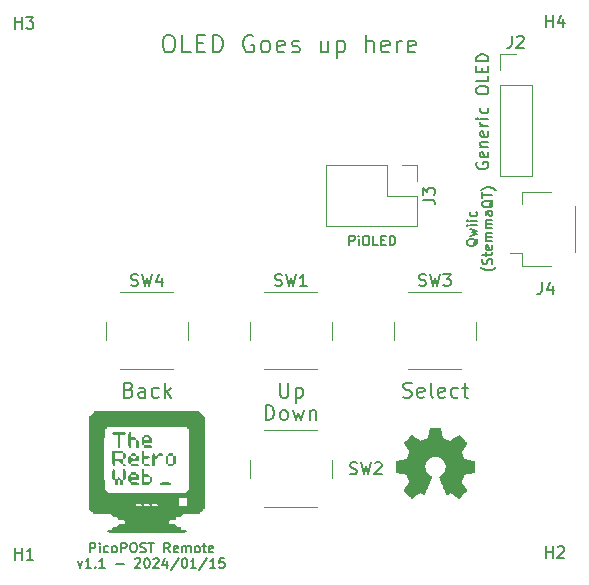
<source format=gbr>
%TF.GenerationSoftware,KiCad,Pcbnew,7.0.8*%
%TF.CreationDate,2024-01-15T19:45:52-06:00*%
%TF.ProjectId,remote,72656d6f-7465-42e6-9b69-6361645f7063,rev?*%
%TF.SameCoordinates,Original*%
%TF.FileFunction,Legend,Top*%
%TF.FilePolarity,Positive*%
%FSLAX46Y46*%
G04 Gerber Fmt 4.6, Leading zero omitted, Abs format (unit mm)*
G04 Created by KiCad (PCBNEW 7.0.8) date 2024-01-15 19:45:52*
%MOMM*%
%LPD*%
G01*
G04 APERTURE LIST*
%ADD10C,0.152400*%
%ADD11C,0.200000*%
%ADD12C,0.150000*%
%ADD13C,0.300000*%
%ADD14C,0.120000*%
%ADD15C,0.010000*%
G04 APERTURE END LIST*
D10*
X130144761Y-57010091D02*
X130144761Y-56197291D01*
X130144761Y-56197291D02*
X130454399Y-56197291D01*
X130454399Y-56197291D02*
X130531809Y-56235996D01*
X130531809Y-56235996D02*
X130570514Y-56274701D01*
X130570514Y-56274701D02*
X130609218Y-56352110D01*
X130609218Y-56352110D02*
X130609218Y-56468225D01*
X130609218Y-56468225D02*
X130570514Y-56545634D01*
X130570514Y-56545634D02*
X130531809Y-56584339D01*
X130531809Y-56584339D02*
X130454399Y-56623044D01*
X130454399Y-56623044D02*
X130144761Y-56623044D01*
X130957561Y-57010091D02*
X130957561Y-56468225D01*
X130957561Y-56197291D02*
X130918857Y-56235996D01*
X130918857Y-56235996D02*
X130957561Y-56274701D01*
X130957561Y-56274701D02*
X130996266Y-56235996D01*
X130996266Y-56235996D02*
X130957561Y-56197291D01*
X130957561Y-56197291D02*
X130957561Y-56274701D01*
X131499428Y-56197291D02*
X131654247Y-56197291D01*
X131654247Y-56197291D02*
X131731657Y-56235996D01*
X131731657Y-56235996D02*
X131809066Y-56313406D01*
X131809066Y-56313406D02*
X131847771Y-56468225D01*
X131847771Y-56468225D02*
X131847771Y-56739158D01*
X131847771Y-56739158D02*
X131809066Y-56893977D01*
X131809066Y-56893977D02*
X131731657Y-56971387D01*
X131731657Y-56971387D02*
X131654247Y-57010091D01*
X131654247Y-57010091D02*
X131499428Y-57010091D01*
X131499428Y-57010091D02*
X131422019Y-56971387D01*
X131422019Y-56971387D02*
X131344609Y-56893977D01*
X131344609Y-56893977D02*
X131305905Y-56739158D01*
X131305905Y-56739158D02*
X131305905Y-56468225D01*
X131305905Y-56468225D02*
X131344609Y-56313406D01*
X131344609Y-56313406D02*
X131422019Y-56235996D01*
X131422019Y-56235996D02*
X131499428Y-56197291D01*
X132583162Y-57010091D02*
X132196114Y-57010091D01*
X132196114Y-57010091D02*
X132196114Y-56197291D01*
X132854095Y-56584339D02*
X133125029Y-56584339D01*
X133241143Y-57010091D02*
X132854095Y-57010091D01*
X132854095Y-57010091D02*
X132854095Y-56197291D01*
X132854095Y-56197291D02*
X133241143Y-56197291D01*
X133589485Y-57010091D02*
X133589485Y-56197291D01*
X133589485Y-56197291D02*
X133783009Y-56197291D01*
X133783009Y-56197291D02*
X133899123Y-56235996D01*
X133899123Y-56235996D02*
X133976533Y-56313406D01*
X133976533Y-56313406D02*
X134015238Y-56390815D01*
X134015238Y-56390815D02*
X134053942Y-56545634D01*
X134053942Y-56545634D02*
X134053942Y-56661748D01*
X134053942Y-56661748D02*
X134015238Y-56816567D01*
X134015238Y-56816567D02*
X133976533Y-56893977D01*
X133976533Y-56893977D02*
X133899123Y-56971387D01*
X133899123Y-56971387D02*
X133783009Y-57010091D01*
X133783009Y-57010091D02*
X133589485Y-57010091D01*
D11*
X114737857Y-39188528D02*
X115023571Y-39188528D01*
X115023571Y-39188528D02*
X115166428Y-39259957D01*
X115166428Y-39259957D02*
X115309285Y-39402814D01*
X115309285Y-39402814D02*
X115380714Y-39688528D01*
X115380714Y-39688528D02*
X115380714Y-40188528D01*
X115380714Y-40188528D02*
X115309285Y-40474242D01*
X115309285Y-40474242D02*
X115166428Y-40617100D01*
X115166428Y-40617100D02*
X115023571Y-40688528D01*
X115023571Y-40688528D02*
X114737857Y-40688528D01*
X114737857Y-40688528D02*
X114595000Y-40617100D01*
X114595000Y-40617100D02*
X114452142Y-40474242D01*
X114452142Y-40474242D02*
X114380714Y-40188528D01*
X114380714Y-40188528D02*
X114380714Y-39688528D01*
X114380714Y-39688528D02*
X114452142Y-39402814D01*
X114452142Y-39402814D02*
X114595000Y-39259957D01*
X114595000Y-39259957D02*
X114737857Y-39188528D01*
X116737857Y-40688528D02*
X116023571Y-40688528D01*
X116023571Y-40688528D02*
X116023571Y-39188528D01*
X117237857Y-39902814D02*
X117737857Y-39902814D01*
X117952143Y-40688528D02*
X117237857Y-40688528D01*
X117237857Y-40688528D02*
X117237857Y-39188528D01*
X117237857Y-39188528D02*
X117952143Y-39188528D01*
X118595000Y-40688528D02*
X118595000Y-39188528D01*
X118595000Y-39188528D02*
X118952143Y-39188528D01*
X118952143Y-39188528D02*
X119166429Y-39259957D01*
X119166429Y-39259957D02*
X119309286Y-39402814D01*
X119309286Y-39402814D02*
X119380715Y-39545671D01*
X119380715Y-39545671D02*
X119452143Y-39831385D01*
X119452143Y-39831385D02*
X119452143Y-40045671D01*
X119452143Y-40045671D02*
X119380715Y-40331385D01*
X119380715Y-40331385D02*
X119309286Y-40474242D01*
X119309286Y-40474242D02*
X119166429Y-40617100D01*
X119166429Y-40617100D02*
X118952143Y-40688528D01*
X118952143Y-40688528D02*
X118595000Y-40688528D01*
X122023572Y-39259957D02*
X121880715Y-39188528D01*
X121880715Y-39188528D02*
X121666429Y-39188528D01*
X121666429Y-39188528D02*
X121452143Y-39259957D01*
X121452143Y-39259957D02*
X121309286Y-39402814D01*
X121309286Y-39402814D02*
X121237857Y-39545671D01*
X121237857Y-39545671D02*
X121166429Y-39831385D01*
X121166429Y-39831385D02*
X121166429Y-40045671D01*
X121166429Y-40045671D02*
X121237857Y-40331385D01*
X121237857Y-40331385D02*
X121309286Y-40474242D01*
X121309286Y-40474242D02*
X121452143Y-40617100D01*
X121452143Y-40617100D02*
X121666429Y-40688528D01*
X121666429Y-40688528D02*
X121809286Y-40688528D01*
X121809286Y-40688528D02*
X122023572Y-40617100D01*
X122023572Y-40617100D02*
X122095000Y-40545671D01*
X122095000Y-40545671D02*
X122095000Y-40045671D01*
X122095000Y-40045671D02*
X121809286Y-40045671D01*
X122952143Y-40688528D02*
X122809286Y-40617100D01*
X122809286Y-40617100D02*
X122737857Y-40545671D01*
X122737857Y-40545671D02*
X122666429Y-40402814D01*
X122666429Y-40402814D02*
X122666429Y-39974242D01*
X122666429Y-39974242D02*
X122737857Y-39831385D01*
X122737857Y-39831385D02*
X122809286Y-39759957D01*
X122809286Y-39759957D02*
X122952143Y-39688528D01*
X122952143Y-39688528D02*
X123166429Y-39688528D01*
X123166429Y-39688528D02*
X123309286Y-39759957D01*
X123309286Y-39759957D02*
X123380715Y-39831385D01*
X123380715Y-39831385D02*
X123452143Y-39974242D01*
X123452143Y-39974242D02*
X123452143Y-40402814D01*
X123452143Y-40402814D02*
X123380715Y-40545671D01*
X123380715Y-40545671D02*
X123309286Y-40617100D01*
X123309286Y-40617100D02*
X123166429Y-40688528D01*
X123166429Y-40688528D02*
X122952143Y-40688528D01*
X124666429Y-40617100D02*
X124523572Y-40688528D01*
X124523572Y-40688528D02*
X124237858Y-40688528D01*
X124237858Y-40688528D02*
X124095000Y-40617100D01*
X124095000Y-40617100D02*
X124023572Y-40474242D01*
X124023572Y-40474242D02*
X124023572Y-39902814D01*
X124023572Y-39902814D02*
X124095000Y-39759957D01*
X124095000Y-39759957D02*
X124237858Y-39688528D01*
X124237858Y-39688528D02*
X124523572Y-39688528D01*
X124523572Y-39688528D02*
X124666429Y-39759957D01*
X124666429Y-39759957D02*
X124737858Y-39902814D01*
X124737858Y-39902814D02*
X124737858Y-40045671D01*
X124737858Y-40045671D02*
X124023572Y-40188528D01*
X125309286Y-40617100D02*
X125452143Y-40688528D01*
X125452143Y-40688528D02*
X125737857Y-40688528D01*
X125737857Y-40688528D02*
X125880714Y-40617100D01*
X125880714Y-40617100D02*
X125952143Y-40474242D01*
X125952143Y-40474242D02*
X125952143Y-40402814D01*
X125952143Y-40402814D02*
X125880714Y-40259957D01*
X125880714Y-40259957D02*
X125737857Y-40188528D01*
X125737857Y-40188528D02*
X125523572Y-40188528D01*
X125523572Y-40188528D02*
X125380714Y-40117100D01*
X125380714Y-40117100D02*
X125309286Y-39974242D01*
X125309286Y-39974242D02*
X125309286Y-39902814D01*
X125309286Y-39902814D02*
X125380714Y-39759957D01*
X125380714Y-39759957D02*
X125523572Y-39688528D01*
X125523572Y-39688528D02*
X125737857Y-39688528D01*
X125737857Y-39688528D02*
X125880714Y-39759957D01*
X128380715Y-39688528D02*
X128380715Y-40688528D01*
X127737857Y-39688528D02*
X127737857Y-40474242D01*
X127737857Y-40474242D02*
X127809286Y-40617100D01*
X127809286Y-40617100D02*
X127952143Y-40688528D01*
X127952143Y-40688528D02*
X128166429Y-40688528D01*
X128166429Y-40688528D02*
X128309286Y-40617100D01*
X128309286Y-40617100D02*
X128380715Y-40545671D01*
X129095000Y-39688528D02*
X129095000Y-41188528D01*
X129095000Y-39759957D02*
X129237858Y-39688528D01*
X129237858Y-39688528D02*
X129523572Y-39688528D01*
X129523572Y-39688528D02*
X129666429Y-39759957D01*
X129666429Y-39759957D02*
X129737858Y-39831385D01*
X129737858Y-39831385D02*
X129809286Y-39974242D01*
X129809286Y-39974242D02*
X129809286Y-40402814D01*
X129809286Y-40402814D02*
X129737858Y-40545671D01*
X129737858Y-40545671D02*
X129666429Y-40617100D01*
X129666429Y-40617100D02*
X129523572Y-40688528D01*
X129523572Y-40688528D02*
X129237858Y-40688528D01*
X129237858Y-40688528D02*
X129095000Y-40617100D01*
X131595000Y-40688528D02*
X131595000Y-39188528D01*
X132237858Y-40688528D02*
X132237858Y-39902814D01*
X132237858Y-39902814D02*
X132166429Y-39759957D01*
X132166429Y-39759957D02*
X132023572Y-39688528D01*
X132023572Y-39688528D02*
X131809286Y-39688528D01*
X131809286Y-39688528D02*
X131666429Y-39759957D01*
X131666429Y-39759957D02*
X131595000Y-39831385D01*
X133523572Y-40617100D02*
X133380715Y-40688528D01*
X133380715Y-40688528D02*
X133095001Y-40688528D01*
X133095001Y-40688528D02*
X132952143Y-40617100D01*
X132952143Y-40617100D02*
X132880715Y-40474242D01*
X132880715Y-40474242D02*
X132880715Y-39902814D01*
X132880715Y-39902814D02*
X132952143Y-39759957D01*
X132952143Y-39759957D02*
X133095001Y-39688528D01*
X133095001Y-39688528D02*
X133380715Y-39688528D01*
X133380715Y-39688528D02*
X133523572Y-39759957D01*
X133523572Y-39759957D02*
X133595001Y-39902814D01*
X133595001Y-39902814D02*
X133595001Y-40045671D01*
X133595001Y-40045671D02*
X132880715Y-40188528D01*
X134237857Y-40688528D02*
X134237857Y-39688528D01*
X134237857Y-39974242D02*
X134309286Y-39831385D01*
X134309286Y-39831385D02*
X134380715Y-39759957D01*
X134380715Y-39759957D02*
X134523572Y-39688528D01*
X134523572Y-39688528D02*
X134666429Y-39688528D01*
X135737857Y-40617100D02*
X135595000Y-40688528D01*
X135595000Y-40688528D02*
X135309286Y-40688528D01*
X135309286Y-40688528D02*
X135166428Y-40617100D01*
X135166428Y-40617100D02*
X135095000Y-40474242D01*
X135095000Y-40474242D02*
X135095000Y-39902814D01*
X135095000Y-39902814D02*
X135166428Y-39759957D01*
X135166428Y-39759957D02*
X135309286Y-39688528D01*
X135309286Y-39688528D02*
X135595000Y-39688528D01*
X135595000Y-39688528D02*
X135737857Y-39759957D01*
X135737857Y-39759957D02*
X135809286Y-39902814D01*
X135809286Y-39902814D02*
X135809286Y-40045671D01*
X135809286Y-40045671D02*
X135095000Y-40188528D01*
D12*
X140980438Y-50005714D02*
X140932819Y-50100952D01*
X140932819Y-50100952D02*
X140932819Y-50243809D01*
X140932819Y-50243809D02*
X140980438Y-50386666D01*
X140980438Y-50386666D02*
X141075676Y-50481904D01*
X141075676Y-50481904D02*
X141170914Y-50529523D01*
X141170914Y-50529523D02*
X141361390Y-50577142D01*
X141361390Y-50577142D02*
X141504247Y-50577142D01*
X141504247Y-50577142D02*
X141694723Y-50529523D01*
X141694723Y-50529523D02*
X141789961Y-50481904D01*
X141789961Y-50481904D02*
X141885200Y-50386666D01*
X141885200Y-50386666D02*
X141932819Y-50243809D01*
X141932819Y-50243809D02*
X141932819Y-50148571D01*
X141932819Y-50148571D02*
X141885200Y-50005714D01*
X141885200Y-50005714D02*
X141837580Y-49958095D01*
X141837580Y-49958095D02*
X141504247Y-49958095D01*
X141504247Y-49958095D02*
X141504247Y-50148571D01*
X141885200Y-49148571D02*
X141932819Y-49243809D01*
X141932819Y-49243809D02*
X141932819Y-49434285D01*
X141932819Y-49434285D02*
X141885200Y-49529523D01*
X141885200Y-49529523D02*
X141789961Y-49577142D01*
X141789961Y-49577142D02*
X141409009Y-49577142D01*
X141409009Y-49577142D02*
X141313771Y-49529523D01*
X141313771Y-49529523D02*
X141266152Y-49434285D01*
X141266152Y-49434285D02*
X141266152Y-49243809D01*
X141266152Y-49243809D02*
X141313771Y-49148571D01*
X141313771Y-49148571D02*
X141409009Y-49100952D01*
X141409009Y-49100952D02*
X141504247Y-49100952D01*
X141504247Y-49100952D02*
X141599485Y-49577142D01*
X141266152Y-48672380D02*
X141932819Y-48672380D01*
X141361390Y-48672380D02*
X141313771Y-48624761D01*
X141313771Y-48624761D02*
X141266152Y-48529523D01*
X141266152Y-48529523D02*
X141266152Y-48386666D01*
X141266152Y-48386666D02*
X141313771Y-48291428D01*
X141313771Y-48291428D02*
X141409009Y-48243809D01*
X141409009Y-48243809D02*
X141932819Y-48243809D01*
X141885200Y-47386666D02*
X141932819Y-47481904D01*
X141932819Y-47481904D02*
X141932819Y-47672380D01*
X141932819Y-47672380D02*
X141885200Y-47767618D01*
X141885200Y-47767618D02*
X141789961Y-47815237D01*
X141789961Y-47815237D02*
X141409009Y-47815237D01*
X141409009Y-47815237D02*
X141313771Y-47767618D01*
X141313771Y-47767618D02*
X141266152Y-47672380D01*
X141266152Y-47672380D02*
X141266152Y-47481904D01*
X141266152Y-47481904D02*
X141313771Y-47386666D01*
X141313771Y-47386666D02*
X141409009Y-47339047D01*
X141409009Y-47339047D02*
X141504247Y-47339047D01*
X141504247Y-47339047D02*
X141599485Y-47815237D01*
X141932819Y-46910475D02*
X141266152Y-46910475D01*
X141456628Y-46910475D02*
X141361390Y-46862856D01*
X141361390Y-46862856D02*
X141313771Y-46815237D01*
X141313771Y-46815237D02*
X141266152Y-46719999D01*
X141266152Y-46719999D02*
X141266152Y-46624761D01*
X141932819Y-46291427D02*
X141266152Y-46291427D01*
X140932819Y-46291427D02*
X140980438Y-46339046D01*
X140980438Y-46339046D02*
X141028057Y-46291427D01*
X141028057Y-46291427D02*
X140980438Y-46243808D01*
X140980438Y-46243808D02*
X140932819Y-46291427D01*
X140932819Y-46291427D02*
X141028057Y-46291427D01*
X141885200Y-45386666D02*
X141932819Y-45481904D01*
X141932819Y-45481904D02*
X141932819Y-45672380D01*
X141932819Y-45672380D02*
X141885200Y-45767618D01*
X141885200Y-45767618D02*
X141837580Y-45815237D01*
X141837580Y-45815237D02*
X141742342Y-45862856D01*
X141742342Y-45862856D02*
X141456628Y-45862856D01*
X141456628Y-45862856D02*
X141361390Y-45815237D01*
X141361390Y-45815237D02*
X141313771Y-45767618D01*
X141313771Y-45767618D02*
X141266152Y-45672380D01*
X141266152Y-45672380D02*
X141266152Y-45481904D01*
X141266152Y-45481904D02*
X141313771Y-45386666D01*
X140932819Y-44005713D02*
X140932819Y-43815237D01*
X140932819Y-43815237D02*
X140980438Y-43719999D01*
X140980438Y-43719999D02*
X141075676Y-43624761D01*
X141075676Y-43624761D02*
X141266152Y-43577142D01*
X141266152Y-43577142D02*
X141599485Y-43577142D01*
X141599485Y-43577142D02*
X141789961Y-43624761D01*
X141789961Y-43624761D02*
X141885200Y-43719999D01*
X141885200Y-43719999D02*
X141932819Y-43815237D01*
X141932819Y-43815237D02*
X141932819Y-44005713D01*
X141932819Y-44005713D02*
X141885200Y-44100951D01*
X141885200Y-44100951D02*
X141789961Y-44196189D01*
X141789961Y-44196189D02*
X141599485Y-44243808D01*
X141599485Y-44243808D02*
X141266152Y-44243808D01*
X141266152Y-44243808D02*
X141075676Y-44196189D01*
X141075676Y-44196189D02*
X140980438Y-44100951D01*
X140980438Y-44100951D02*
X140932819Y-44005713D01*
X141932819Y-42672380D02*
X141932819Y-43148570D01*
X141932819Y-43148570D02*
X140932819Y-43148570D01*
X141409009Y-42339046D02*
X141409009Y-42005713D01*
X141932819Y-41862856D02*
X141932819Y-42339046D01*
X141932819Y-42339046D02*
X140932819Y-42339046D01*
X140932819Y-42339046D02*
X140932819Y-41862856D01*
X141932819Y-41434284D02*
X140932819Y-41434284D01*
X140932819Y-41434284D02*
X140932819Y-41196189D01*
X140932819Y-41196189D02*
X140980438Y-41053332D01*
X140980438Y-41053332D02*
X141075676Y-40958094D01*
X141075676Y-40958094D02*
X141170914Y-40910475D01*
X141170914Y-40910475D02*
X141361390Y-40862856D01*
X141361390Y-40862856D02*
X141504247Y-40862856D01*
X141504247Y-40862856D02*
X141694723Y-40910475D01*
X141694723Y-40910475D02*
X141789961Y-40958094D01*
X141789961Y-40958094D02*
X141885200Y-41053332D01*
X141885200Y-41053332D02*
X141932819Y-41196189D01*
X141932819Y-41196189D02*
X141932819Y-41434284D01*
D11*
X111487857Y-69253888D02*
X111669285Y-69314364D01*
X111669285Y-69314364D02*
X111729762Y-69374840D01*
X111729762Y-69374840D02*
X111790238Y-69495792D01*
X111790238Y-69495792D02*
X111790238Y-69677221D01*
X111790238Y-69677221D02*
X111729762Y-69798173D01*
X111729762Y-69798173D02*
X111669285Y-69858650D01*
X111669285Y-69858650D02*
X111548333Y-69919126D01*
X111548333Y-69919126D02*
X111064523Y-69919126D01*
X111064523Y-69919126D02*
X111064523Y-68649126D01*
X111064523Y-68649126D02*
X111487857Y-68649126D01*
X111487857Y-68649126D02*
X111608809Y-68709602D01*
X111608809Y-68709602D02*
X111669285Y-68770078D01*
X111669285Y-68770078D02*
X111729762Y-68891030D01*
X111729762Y-68891030D02*
X111729762Y-69011983D01*
X111729762Y-69011983D02*
X111669285Y-69132935D01*
X111669285Y-69132935D02*
X111608809Y-69193411D01*
X111608809Y-69193411D02*
X111487857Y-69253888D01*
X111487857Y-69253888D02*
X111064523Y-69253888D01*
X112878809Y-69919126D02*
X112878809Y-69253888D01*
X112878809Y-69253888D02*
X112818333Y-69132935D01*
X112818333Y-69132935D02*
X112697381Y-69072459D01*
X112697381Y-69072459D02*
X112455476Y-69072459D01*
X112455476Y-69072459D02*
X112334523Y-69132935D01*
X112878809Y-69858650D02*
X112757857Y-69919126D01*
X112757857Y-69919126D02*
X112455476Y-69919126D01*
X112455476Y-69919126D02*
X112334523Y-69858650D01*
X112334523Y-69858650D02*
X112274047Y-69737697D01*
X112274047Y-69737697D02*
X112274047Y-69616745D01*
X112274047Y-69616745D02*
X112334523Y-69495792D01*
X112334523Y-69495792D02*
X112455476Y-69435316D01*
X112455476Y-69435316D02*
X112757857Y-69435316D01*
X112757857Y-69435316D02*
X112878809Y-69374840D01*
X114027857Y-69858650D02*
X113906905Y-69919126D01*
X113906905Y-69919126D02*
X113665000Y-69919126D01*
X113665000Y-69919126D02*
X113544048Y-69858650D01*
X113544048Y-69858650D02*
X113483571Y-69798173D01*
X113483571Y-69798173D02*
X113423095Y-69677221D01*
X113423095Y-69677221D02*
X113423095Y-69314364D01*
X113423095Y-69314364D02*
X113483571Y-69193411D01*
X113483571Y-69193411D02*
X113544048Y-69132935D01*
X113544048Y-69132935D02*
X113665000Y-69072459D01*
X113665000Y-69072459D02*
X113906905Y-69072459D01*
X113906905Y-69072459D02*
X114027857Y-69132935D01*
X114572142Y-69919126D02*
X114572142Y-68649126D01*
X114693095Y-69435316D02*
X115055952Y-69919126D01*
X115055952Y-69072459D02*
X114572142Y-69556269D01*
D10*
X108205209Y-83025787D02*
X108205209Y-82212987D01*
X108205209Y-82212987D02*
X108514847Y-82212987D01*
X108514847Y-82212987D02*
X108592257Y-82251692D01*
X108592257Y-82251692D02*
X108630962Y-82290397D01*
X108630962Y-82290397D02*
X108669666Y-82367806D01*
X108669666Y-82367806D02*
X108669666Y-82483921D01*
X108669666Y-82483921D02*
X108630962Y-82561330D01*
X108630962Y-82561330D02*
X108592257Y-82600035D01*
X108592257Y-82600035D02*
X108514847Y-82638740D01*
X108514847Y-82638740D02*
X108205209Y-82638740D01*
X109018009Y-83025787D02*
X109018009Y-82483921D01*
X109018009Y-82212987D02*
X108979305Y-82251692D01*
X108979305Y-82251692D02*
X109018009Y-82290397D01*
X109018009Y-82290397D02*
X109056714Y-82251692D01*
X109056714Y-82251692D02*
X109018009Y-82212987D01*
X109018009Y-82212987D02*
X109018009Y-82290397D01*
X109753400Y-82987083D02*
X109675991Y-83025787D01*
X109675991Y-83025787D02*
X109521172Y-83025787D01*
X109521172Y-83025787D02*
X109443762Y-82987083D01*
X109443762Y-82987083D02*
X109405057Y-82948378D01*
X109405057Y-82948378D02*
X109366353Y-82870968D01*
X109366353Y-82870968D02*
X109366353Y-82638740D01*
X109366353Y-82638740D02*
X109405057Y-82561330D01*
X109405057Y-82561330D02*
X109443762Y-82522625D01*
X109443762Y-82522625D02*
X109521172Y-82483921D01*
X109521172Y-82483921D02*
X109675991Y-82483921D01*
X109675991Y-82483921D02*
X109753400Y-82522625D01*
X110217858Y-83025787D02*
X110140448Y-82987083D01*
X110140448Y-82987083D02*
X110101743Y-82948378D01*
X110101743Y-82948378D02*
X110063039Y-82870968D01*
X110063039Y-82870968D02*
X110063039Y-82638740D01*
X110063039Y-82638740D02*
X110101743Y-82561330D01*
X110101743Y-82561330D02*
X110140448Y-82522625D01*
X110140448Y-82522625D02*
X110217858Y-82483921D01*
X110217858Y-82483921D02*
X110333972Y-82483921D01*
X110333972Y-82483921D02*
X110411381Y-82522625D01*
X110411381Y-82522625D02*
X110450086Y-82561330D01*
X110450086Y-82561330D02*
X110488791Y-82638740D01*
X110488791Y-82638740D02*
X110488791Y-82870968D01*
X110488791Y-82870968D02*
X110450086Y-82948378D01*
X110450086Y-82948378D02*
X110411381Y-82987083D01*
X110411381Y-82987083D02*
X110333972Y-83025787D01*
X110333972Y-83025787D02*
X110217858Y-83025787D01*
X110837133Y-83025787D02*
X110837133Y-82212987D01*
X110837133Y-82212987D02*
X111146771Y-82212987D01*
X111146771Y-82212987D02*
X111224181Y-82251692D01*
X111224181Y-82251692D02*
X111262886Y-82290397D01*
X111262886Y-82290397D02*
X111301590Y-82367806D01*
X111301590Y-82367806D02*
X111301590Y-82483921D01*
X111301590Y-82483921D02*
X111262886Y-82561330D01*
X111262886Y-82561330D02*
X111224181Y-82600035D01*
X111224181Y-82600035D02*
X111146771Y-82638740D01*
X111146771Y-82638740D02*
X110837133Y-82638740D01*
X111804752Y-82212987D02*
X111959571Y-82212987D01*
X111959571Y-82212987D02*
X112036981Y-82251692D01*
X112036981Y-82251692D02*
X112114390Y-82329102D01*
X112114390Y-82329102D02*
X112153095Y-82483921D01*
X112153095Y-82483921D02*
X112153095Y-82754854D01*
X112153095Y-82754854D02*
X112114390Y-82909673D01*
X112114390Y-82909673D02*
X112036981Y-82987083D01*
X112036981Y-82987083D02*
X111959571Y-83025787D01*
X111959571Y-83025787D02*
X111804752Y-83025787D01*
X111804752Y-83025787D02*
X111727343Y-82987083D01*
X111727343Y-82987083D02*
X111649933Y-82909673D01*
X111649933Y-82909673D02*
X111611229Y-82754854D01*
X111611229Y-82754854D02*
X111611229Y-82483921D01*
X111611229Y-82483921D02*
X111649933Y-82329102D01*
X111649933Y-82329102D02*
X111727343Y-82251692D01*
X111727343Y-82251692D02*
X111804752Y-82212987D01*
X112462734Y-82987083D02*
X112578848Y-83025787D01*
X112578848Y-83025787D02*
X112772372Y-83025787D01*
X112772372Y-83025787D02*
X112849781Y-82987083D01*
X112849781Y-82987083D02*
X112888486Y-82948378D01*
X112888486Y-82948378D02*
X112927191Y-82870968D01*
X112927191Y-82870968D02*
X112927191Y-82793559D01*
X112927191Y-82793559D02*
X112888486Y-82716149D01*
X112888486Y-82716149D02*
X112849781Y-82677444D01*
X112849781Y-82677444D02*
X112772372Y-82638740D01*
X112772372Y-82638740D02*
X112617553Y-82600035D01*
X112617553Y-82600035D02*
X112540143Y-82561330D01*
X112540143Y-82561330D02*
X112501438Y-82522625D01*
X112501438Y-82522625D02*
X112462734Y-82445216D01*
X112462734Y-82445216D02*
X112462734Y-82367806D01*
X112462734Y-82367806D02*
X112501438Y-82290397D01*
X112501438Y-82290397D02*
X112540143Y-82251692D01*
X112540143Y-82251692D02*
X112617553Y-82212987D01*
X112617553Y-82212987D02*
X112811076Y-82212987D01*
X112811076Y-82212987D02*
X112927191Y-82251692D01*
X113159419Y-82212987D02*
X113623876Y-82212987D01*
X113391648Y-83025787D02*
X113391648Y-82212987D01*
X114978542Y-83025787D02*
X114707609Y-82638740D01*
X114514085Y-83025787D02*
X114514085Y-82212987D01*
X114514085Y-82212987D02*
X114823723Y-82212987D01*
X114823723Y-82212987D02*
X114901133Y-82251692D01*
X114901133Y-82251692D02*
X114939838Y-82290397D01*
X114939838Y-82290397D02*
X114978542Y-82367806D01*
X114978542Y-82367806D02*
X114978542Y-82483921D01*
X114978542Y-82483921D02*
X114939838Y-82561330D01*
X114939838Y-82561330D02*
X114901133Y-82600035D01*
X114901133Y-82600035D02*
X114823723Y-82638740D01*
X114823723Y-82638740D02*
X114514085Y-82638740D01*
X115636523Y-82987083D02*
X115559114Y-83025787D01*
X115559114Y-83025787D02*
X115404295Y-83025787D01*
X115404295Y-83025787D02*
X115326885Y-82987083D01*
X115326885Y-82987083D02*
X115288181Y-82909673D01*
X115288181Y-82909673D02*
X115288181Y-82600035D01*
X115288181Y-82600035D02*
X115326885Y-82522625D01*
X115326885Y-82522625D02*
X115404295Y-82483921D01*
X115404295Y-82483921D02*
X115559114Y-82483921D01*
X115559114Y-82483921D02*
X115636523Y-82522625D01*
X115636523Y-82522625D02*
X115675228Y-82600035D01*
X115675228Y-82600035D02*
X115675228Y-82677444D01*
X115675228Y-82677444D02*
X115288181Y-82754854D01*
X116023571Y-83025787D02*
X116023571Y-82483921D01*
X116023571Y-82561330D02*
X116062276Y-82522625D01*
X116062276Y-82522625D02*
X116139686Y-82483921D01*
X116139686Y-82483921D02*
X116255800Y-82483921D01*
X116255800Y-82483921D02*
X116333209Y-82522625D01*
X116333209Y-82522625D02*
X116371914Y-82600035D01*
X116371914Y-82600035D02*
X116371914Y-83025787D01*
X116371914Y-82600035D02*
X116410619Y-82522625D01*
X116410619Y-82522625D02*
X116488028Y-82483921D01*
X116488028Y-82483921D02*
X116604143Y-82483921D01*
X116604143Y-82483921D02*
X116681552Y-82522625D01*
X116681552Y-82522625D02*
X116720257Y-82600035D01*
X116720257Y-82600035D02*
X116720257Y-83025787D01*
X117223419Y-83025787D02*
X117146009Y-82987083D01*
X117146009Y-82987083D02*
X117107304Y-82948378D01*
X117107304Y-82948378D02*
X117068600Y-82870968D01*
X117068600Y-82870968D02*
X117068600Y-82638740D01*
X117068600Y-82638740D02*
X117107304Y-82561330D01*
X117107304Y-82561330D02*
X117146009Y-82522625D01*
X117146009Y-82522625D02*
X117223419Y-82483921D01*
X117223419Y-82483921D02*
X117339533Y-82483921D01*
X117339533Y-82483921D02*
X117416942Y-82522625D01*
X117416942Y-82522625D02*
X117455647Y-82561330D01*
X117455647Y-82561330D02*
X117494352Y-82638740D01*
X117494352Y-82638740D02*
X117494352Y-82870968D01*
X117494352Y-82870968D02*
X117455647Y-82948378D01*
X117455647Y-82948378D02*
X117416942Y-82987083D01*
X117416942Y-82987083D02*
X117339533Y-83025787D01*
X117339533Y-83025787D02*
X117223419Y-83025787D01*
X117726580Y-82483921D02*
X118036218Y-82483921D01*
X117842694Y-82212987D02*
X117842694Y-82909673D01*
X117842694Y-82909673D02*
X117881399Y-82987083D01*
X117881399Y-82987083D02*
X117958809Y-83025787D01*
X117958809Y-83025787D02*
X118036218Y-83025787D01*
X118616789Y-82987083D02*
X118539380Y-83025787D01*
X118539380Y-83025787D02*
X118384561Y-83025787D01*
X118384561Y-83025787D02*
X118307151Y-82987083D01*
X118307151Y-82987083D02*
X118268447Y-82909673D01*
X118268447Y-82909673D02*
X118268447Y-82600035D01*
X118268447Y-82600035D02*
X118307151Y-82522625D01*
X118307151Y-82522625D02*
X118384561Y-82483921D01*
X118384561Y-82483921D02*
X118539380Y-82483921D01*
X118539380Y-82483921D02*
X118616789Y-82522625D01*
X118616789Y-82522625D02*
X118655494Y-82600035D01*
X118655494Y-82600035D02*
X118655494Y-82677444D01*
X118655494Y-82677444D02*
X118268447Y-82754854D01*
X107179534Y-83792529D02*
X107373058Y-84334395D01*
X107373058Y-84334395D02*
X107566581Y-83792529D01*
X108301972Y-84334395D02*
X107837515Y-84334395D01*
X108069743Y-84334395D02*
X108069743Y-83521595D01*
X108069743Y-83521595D02*
X107992334Y-83637710D01*
X107992334Y-83637710D02*
X107914924Y-83715119D01*
X107914924Y-83715119D02*
X107837515Y-83753824D01*
X108650314Y-84256986D02*
X108689019Y-84295691D01*
X108689019Y-84295691D02*
X108650314Y-84334395D01*
X108650314Y-84334395D02*
X108611610Y-84295691D01*
X108611610Y-84295691D02*
X108650314Y-84256986D01*
X108650314Y-84256986D02*
X108650314Y-84334395D01*
X109463115Y-84334395D02*
X108998658Y-84334395D01*
X109230886Y-84334395D02*
X109230886Y-83521595D01*
X109230886Y-83521595D02*
X109153477Y-83637710D01*
X109153477Y-83637710D02*
X109076067Y-83715119D01*
X109076067Y-83715119D02*
X108998658Y-83753824D01*
X110430733Y-84024757D02*
X111050010Y-84024757D01*
X112017629Y-83599005D02*
X112056333Y-83560300D01*
X112056333Y-83560300D02*
X112133743Y-83521595D01*
X112133743Y-83521595D02*
X112327267Y-83521595D01*
X112327267Y-83521595D02*
X112404676Y-83560300D01*
X112404676Y-83560300D02*
X112443381Y-83599005D01*
X112443381Y-83599005D02*
X112482086Y-83676414D01*
X112482086Y-83676414D02*
X112482086Y-83753824D01*
X112482086Y-83753824D02*
X112443381Y-83869938D01*
X112443381Y-83869938D02*
X111978924Y-84334395D01*
X111978924Y-84334395D02*
X112482086Y-84334395D01*
X112985247Y-83521595D02*
X113062657Y-83521595D01*
X113062657Y-83521595D02*
X113140066Y-83560300D01*
X113140066Y-83560300D02*
X113178771Y-83599005D01*
X113178771Y-83599005D02*
X113217476Y-83676414D01*
X113217476Y-83676414D02*
X113256181Y-83831233D01*
X113256181Y-83831233D02*
X113256181Y-84024757D01*
X113256181Y-84024757D02*
X113217476Y-84179576D01*
X113217476Y-84179576D02*
X113178771Y-84256986D01*
X113178771Y-84256986D02*
X113140066Y-84295691D01*
X113140066Y-84295691D02*
X113062657Y-84334395D01*
X113062657Y-84334395D02*
X112985247Y-84334395D01*
X112985247Y-84334395D02*
X112907838Y-84295691D01*
X112907838Y-84295691D02*
X112869133Y-84256986D01*
X112869133Y-84256986D02*
X112830428Y-84179576D01*
X112830428Y-84179576D02*
X112791724Y-84024757D01*
X112791724Y-84024757D02*
X112791724Y-83831233D01*
X112791724Y-83831233D02*
X112830428Y-83676414D01*
X112830428Y-83676414D02*
X112869133Y-83599005D01*
X112869133Y-83599005D02*
X112907838Y-83560300D01*
X112907838Y-83560300D02*
X112985247Y-83521595D01*
X113565819Y-83599005D02*
X113604523Y-83560300D01*
X113604523Y-83560300D02*
X113681933Y-83521595D01*
X113681933Y-83521595D02*
X113875457Y-83521595D01*
X113875457Y-83521595D02*
X113952866Y-83560300D01*
X113952866Y-83560300D02*
X113991571Y-83599005D01*
X113991571Y-83599005D02*
X114030276Y-83676414D01*
X114030276Y-83676414D02*
X114030276Y-83753824D01*
X114030276Y-83753824D02*
X113991571Y-83869938D01*
X113991571Y-83869938D02*
X113527114Y-84334395D01*
X113527114Y-84334395D02*
X114030276Y-84334395D01*
X114726961Y-83792529D02*
X114726961Y-84334395D01*
X114533437Y-83482891D02*
X114339914Y-84063462D01*
X114339914Y-84063462D02*
X114843075Y-84063462D01*
X115733285Y-83482891D02*
X115036599Y-84527919D01*
X116159037Y-83521595D02*
X116236447Y-83521595D01*
X116236447Y-83521595D02*
X116313856Y-83560300D01*
X116313856Y-83560300D02*
X116352561Y-83599005D01*
X116352561Y-83599005D02*
X116391266Y-83676414D01*
X116391266Y-83676414D02*
X116429971Y-83831233D01*
X116429971Y-83831233D02*
X116429971Y-84024757D01*
X116429971Y-84024757D02*
X116391266Y-84179576D01*
X116391266Y-84179576D02*
X116352561Y-84256986D01*
X116352561Y-84256986D02*
X116313856Y-84295691D01*
X116313856Y-84295691D02*
X116236447Y-84334395D01*
X116236447Y-84334395D02*
X116159037Y-84334395D01*
X116159037Y-84334395D02*
X116081628Y-84295691D01*
X116081628Y-84295691D02*
X116042923Y-84256986D01*
X116042923Y-84256986D02*
X116004218Y-84179576D01*
X116004218Y-84179576D02*
X115965514Y-84024757D01*
X115965514Y-84024757D02*
X115965514Y-83831233D01*
X115965514Y-83831233D02*
X116004218Y-83676414D01*
X116004218Y-83676414D02*
X116042923Y-83599005D01*
X116042923Y-83599005D02*
X116081628Y-83560300D01*
X116081628Y-83560300D02*
X116159037Y-83521595D01*
X117204066Y-84334395D02*
X116739609Y-84334395D01*
X116971837Y-84334395D02*
X116971837Y-83521595D01*
X116971837Y-83521595D02*
X116894428Y-83637710D01*
X116894428Y-83637710D02*
X116817018Y-83715119D01*
X116817018Y-83715119D02*
X116739609Y-83753824D01*
X118132980Y-83482891D02*
X117436294Y-84527919D01*
X118829666Y-84334395D02*
X118365209Y-84334395D01*
X118597437Y-84334395D02*
X118597437Y-83521595D01*
X118597437Y-83521595D02*
X118520028Y-83637710D01*
X118520028Y-83637710D02*
X118442618Y-83715119D01*
X118442618Y-83715119D02*
X118365209Y-83753824D01*
X119565056Y-83521595D02*
X119178008Y-83521595D01*
X119178008Y-83521595D02*
X119139304Y-83908643D01*
X119139304Y-83908643D02*
X119178008Y-83869938D01*
X119178008Y-83869938D02*
X119255418Y-83831233D01*
X119255418Y-83831233D02*
X119448942Y-83831233D01*
X119448942Y-83831233D02*
X119526351Y-83869938D01*
X119526351Y-83869938D02*
X119565056Y-83908643D01*
X119565056Y-83908643D02*
X119603761Y-83986052D01*
X119603761Y-83986052D02*
X119603761Y-84179576D01*
X119603761Y-84179576D02*
X119565056Y-84256986D01*
X119565056Y-84256986D02*
X119526351Y-84295691D01*
X119526351Y-84295691D02*
X119448942Y-84334395D01*
X119448942Y-84334395D02*
X119255418Y-84334395D01*
X119255418Y-84334395D02*
X119178008Y-84295691D01*
X119178008Y-84295691D02*
X119139304Y-84256986D01*
D11*
X124284618Y-68649126D02*
X124284618Y-69677221D01*
X124284618Y-69677221D02*
X124345095Y-69798173D01*
X124345095Y-69798173D02*
X124405571Y-69858650D01*
X124405571Y-69858650D02*
X124526523Y-69919126D01*
X124526523Y-69919126D02*
X124768428Y-69919126D01*
X124768428Y-69919126D02*
X124889380Y-69858650D01*
X124889380Y-69858650D02*
X124949857Y-69798173D01*
X124949857Y-69798173D02*
X125010333Y-69677221D01*
X125010333Y-69677221D02*
X125010333Y-68649126D01*
X125615094Y-69072459D02*
X125615094Y-70342459D01*
X125615094Y-69132935D02*
X125736047Y-69072459D01*
X125736047Y-69072459D02*
X125977952Y-69072459D01*
X125977952Y-69072459D02*
X126098904Y-69132935D01*
X126098904Y-69132935D02*
X126159380Y-69193411D01*
X126159380Y-69193411D02*
X126219856Y-69314364D01*
X126219856Y-69314364D02*
X126219856Y-69677221D01*
X126219856Y-69677221D02*
X126159380Y-69798173D01*
X126159380Y-69798173D02*
X126098904Y-69858650D01*
X126098904Y-69858650D02*
X125977952Y-69919126D01*
X125977952Y-69919126D02*
X125736047Y-69919126D01*
X125736047Y-69919126D02*
X125615094Y-69858650D01*
D10*
X141015197Y-56477505D02*
X140976492Y-56554915D01*
X140976492Y-56554915D02*
X140899083Y-56632324D01*
X140899083Y-56632324D02*
X140782968Y-56748438D01*
X140782968Y-56748438D02*
X140744263Y-56825848D01*
X140744263Y-56825848D02*
X140744263Y-56903257D01*
X140937787Y-56864553D02*
X140899083Y-56941962D01*
X140899083Y-56941962D02*
X140821673Y-57019372D01*
X140821673Y-57019372D02*
X140666854Y-57058076D01*
X140666854Y-57058076D02*
X140395921Y-57058076D01*
X140395921Y-57058076D02*
X140241102Y-57019372D01*
X140241102Y-57019372D02*
X140163692Y-56941962D01*
X140163692Y-56941962D02*
X140124987Y-56864553D01*
X140124987Y-56864553D02*
X140124987Y-56709734D01*
X140124987Y-56709734D02*
X140163692Y-56632324D01*
X140163692Y-56632324D02*
X140241102Y-56554915D01*
X140241102Y-56554915D02*
X140395921Y-56516210D01*
X140395921Y-56516210D02*
X140666854Y-56516210D01*
X140666854Y-56516210D02*
X140821673Y-56554915D01*
X140821673Y-56554915D02*
X140899083Y-56632324D01*
X140899083Y-56632324D02*
X140937787Y-56709734D01*
X140937787Y-56709734D02*
X140937787Y-56864553D01*
X140395921Y-56245276D02*
X140937787Y-56090457D01*
X140937787Y-56090457D02*
X140550740Y-55935638D01*
X140550740Y-55935638D02*
X140937787Y-55780819D01*
X140937787Y-55780819D02*
X140395921Y-55626000D01*
X140937787Y-55316362D02*
X140395921Y-55316362D01*
X140124987Y-55316362D02*
X140163692Y-55355066D01*
X140163692Y-55355066D02*
X140202397Y-55316362D01*
X140202397Y-55316362D02*
X140163692Y-55277657D01*
X140163692Y-55277657D02*
X140124987Y-55316362D01*
X140124987Y-55316362D02*
X140202397Y-55316362D01*
X140937787Y-54929314D02*
X140395921Y-54929314D01*
X140124987Y-54929314D02*
X140163692Y-54968018D01*
X140163692Y-54968018D02*
X140202397Y-54929314D01*
X140202397Y-54929314D02*
X140163692Y-54890609D01*
X140163692Y-54890609D02*
X140124987Y-54929314D01*
X140124987Y-54929314D02*
X140202397Y-54929314D01*
X140899083Y-54193923D02*
X140937787Y-54271332D01*
X140937787Y-54271332D02*
X140937787Y-54426151D01*
X140937787Y-54426151D02*
X140899083Y-54503561D01*
X140899083Y-54503561D02*
X140860378Y-54542266D01*
X140860378Y-54542266D02*
X140782968Y-54580970D01*
X140782968Y-54580970D02*
X140550740Y-54580970D01*
X140550740Y-54580970D02*
X140473330Y-54542266D01*
X140473330Y-54542266D02*
X140434625Y-54503561D01*
X140434625Y-54503561D02*
X140395921Y-54426151D01*
X140395921Y-54426151D02*
X140395921Y-54271332D01*
X140395921Y-54271332D02*
X140434625Y-54193923D01*
X142556033Y-58896551D02*
X142517329Y-58935256D01*
X142517329Y-58935256D02*
X142401214Y-59012665D01*
X142401214Y-59012665D02*
X142323805Y-59051370D01*
X142323805Y-59051370D02*
X142207691Y-59090075D01*
X142207691Y-59090075D02*
X142014167Y-59128780D01*
X142014167Y-59128780D02*
X141859348Y-59128780D01*
X141859348Y-59128780D02*
X141665824Y-59090075D01*
X141665824Y-59090075D02*
X141549710Y-59051370D01*
X141549710Y-59051370D02*
X141472300Y-59012665D01*
X141472300Y-59012665D02*
X141356186Y-58935256D01*
X141356186Y-58935256D02*
X141317481Y-58896551D01*
X142207691Y-58625617D02*
X142246395Y-58509503D01*
X142246395Y-58509503D02*
X142246395Y-58315979D01*
X142246395Y-58315979D02*
X142207691Y-58238570D01*
X142207691Y-58238570D02*
X142168986Y-58199865D01*
X142168986Y-58199865D02*
X142091576Y-58161160D01*
X142091576Y-58161160D02*
X142014167Y-58161160D01*
X142014167Y-58161160D02*
X141936757Y-58199865D01*
X141936757Y-58199865D02*
X141898052Y-58238570D01*
X141898052Y-58238570D02*
X141859348Y-58315979D01*
X141859348Y-58315979D02*
X141820643Y-58470798D01*
X141820643Y-58470798D02*
X141781938Y-58548208D01*
X141781938Y-58548208D02*
X141743233Y-58586913D01*
X141743233Y-58586913D02*
X141665824Y-58625617D01*
X141665824Y-58625617D02*
X141588414Y-58625617D01*
X141588414Y-58625617D02*
X141511005Y-58586913D01*
X141511005Y-58586913D02*
X141472300Y-58548208D01*
X141472300Y-58548208D02*
X141433595Y-58470798D01*
X141433595Y-58470798D02*
X141433595Y-58277275D01*
X141433595Y-58277275D02*
X141472300Y-58161160D01*
X141704529Y-57928932D02*
X141704529Y-57619294D01*
X141433595Y-57812818D02*
X142130281Y-57812818D01*
X142130281Y-57812818D02*
X142207691Y-57774113D01*
X142207691Y-57774113D02*
X142246395Y-57696703D01*
X142246395Y-57696703D02*
X142246395Y-57619294D01*
X142207691Y-57038723D02*
X142246395Y-57116132D01*
X142246395Y-57116132D02*
X142246395Y-57270951D01*
X142246395Y-57270951D02*
X142207691Y-57348361D01*
X142207691Y-57348361D02*
X142130281Y-57387065D01*
X142130281Y-57387065D02*
X141820643Y-57387065D01*
X141820643Y-57387065D02*
X141743233Y-57348361D01*
X141743233Y-57348361D02*
X141704529Y-57270951D01*
X141704529Y-57270951D02*
X141704529Y-57116132D01*
X141704529Y-57116132D02*
X141743233Y-57038723D01*
X141743233Y-57038723D02*
X141820643Y-57000018D01*
X141820643Y-57000018D02*
X141898052Y-57000018D01*
X141898052Y-57000018D02*
X141975462Y-57387065D01*
X142246395Y-56651675D02*
X141704529Y-56651675D01*
X141781938Y-56651675D02*
X141743233Y-56612970D01*
X141743233Y-56612970D02*
X141704529Y-56535560D01*
X141704529Y-56535560D02*
X141704529Y-56419446D01*
X141704529Y-56419446D02*
X141743233Y-56342037D01*
X141743233Y-56342037D02*
X141820643Y-56303332D01*
X141820643Y-56303332D02*
X142246395Y-56303332D01*
X141820643Y-56303332D02*
X141743233Y-56264627D01*
X141743233Y-56264627D02*
X141704529Y-56187218D01*
X141704529Y-56187218D02*
X141704529Y-56071103D01*
X141704529Y-56071103D02*
X141743233Y-55993694D01*
X141743233Y-55993694D02*
X141820643Y-55954989D01*
X141820643Y-55954989D02*
X142246395Y-55954989D01*
X142246395Y-55567942D02*
X141704529Y-55567942D01*
X141781938Y-55567942D02*
X141743233Y-55529237D01*
X141743233Y-55529237D02*
X141704529Y-55451827D01*
X141704529Y-55451827D02*
X141704529Y-55335713D01*
X141704529Y-55335713D02*
X141743233Y-55258304D01*
X141743233Y-55258304D02*
X141820643Y-55219599D01*
X141820643Y-55219599D02*
X142246395Y-55219599D01*
X141820643Y-55219599D02*
X141743233Y-55180894D01*
X141743233Y-55180894D02*
X141704529Y-55103485D01*
X141704529Y-55103485D02*
X141704529Y-54987370D01*
X141704529Y-54987370D02*
X141743233Y-54909961D01*
X141743233Y-54909961D02*
X141820643Y-54871256D01*
X141820643Y-54871256D02*
X142246395Y-54871256D01*
X142246395Y-54135866D02*
X141820643Y-54135866D01*
X141820643Y-54135866D02*
X141743233Y-54174571D01*
X141743233Y-54174571D02*
X141704529Y-54251980D01*
X141704529Y-54251980D02*
X141704529Y-54406799D01*
X141704529Y-54406799D02*
X141743233Y-54484209D01*
X142207691Y-54135866D02*
X142246395Y-54213275D01*
X142246395Y-54213275D02*
X142246395Y-54406799D01*
X142246395Y-54406799D02*
X142207691Y-54484209D01*
X142207691Y-54484209D02*
X142130281Y-54522913D01*
X142130281Y-54522913D02*
X142052871Y-54522913D01*
X142052871Y-54522913D02*
X141975462Y-54484209D01*
X141975462Y-54484209D02*
X141936757Y-54406799D01*
X141936757Y-54406799D02*
X141936757Y-54213275D01*
X141936757Y-54213275D02*
X141898052Y-54135866D01*
X142323805Y-53206952D02*
X142285100Y-53284362D01*
X142285100Y-53284362D02*
X142207691Y-53361771D01*
X142207691Y-53361771D02*
X142091576Y-53477885D01*
X142091576Y-53477885D02*
X142052871Y-53555295D01*
X142052871Y-53555295D02*
X142052871Y-53632704D01*
X142246395Y-53594000D02*
X142207691Y-53671409D01*
X142207691Y-53671409D02*
X142130281Y-53748819D01*
X142130281Y-53748819D02*
X141975462Y-53787523D01*
X141975462Y-53787523D02*
X141704529Y-53787523D01*
X141704529Y-53787523D02*
X141549710Y-53748819D01*
X141549710Y-53748819D02*
X141472300Y-53671409D01*
X141472300Y-53671409D02*
X141433595Y-53594000D01*
X141433595Y-53594000D02*
X141433595Y-53439181D01*
X141433595Y-53439181D02*
X141472300Y-53361771D01*
X141472300Y-53361771D02*
X141549710Y-53284362D01*
X141549710Y-53284362D02*
X141704529Y-53245657D01*
X141704529Y-53245657D02*
X141975462Y-53245657D01*
X141975462Y-53245657D02*
X142130281Y-53284362D01*
X142130281Y-53284362D02*
X142207691Y-53361771D01*
X142207691Y-53361771D02*
X142246395Y-53439181D01*
X142246395Y-53439181D02*
X142246395Y-53594000D01*
X141433595Y-53013428D02*
X141433595Y-52548971D01*
X142246395Y-52781199D02*
X141433595Y-52781199D01*
X142556033Y-52355447D02*
X142517329Y-52316742D01*
X142517329Y-52316742D02*
X142401214Y-52239333D01*
X142401214Y-52239333D02*
X142323805Y-52200628D01*
X142323805Y-52200628D02*
X142207691Y-52161923D01*
X142207691Y-52161923D02*
X142014167Y-52123219D01*
X142014167Y-52123219D02*
X141859348Y-52123219D01*
X141859348Y-52123219D02*
X141665824Y-52161923D01*
X141665824Y-52161923D02*
X141549710Y-52200628D01*
X141549710Y-52200628D02*
X141472300Y-52239333D01*
X141472300Y-52239333D02*
X141356186Y-52316742D01*
X141356186Y-52316742D02*
X141317481Y-52355447D01*
D11*
X134722810Y-69858650D02*
X134904239Y-69919126D01*
X134904239Y-69919126D02*
X135206620Y-69919126D01*
X135206620Y-69919126D02*
X135327572Y-69858650D01*
X135327572Y-69858650D02*
X135388048Y-69798173D01*
X135388048Y-69798173D02*
X135448525Y-69677221D01*
X135448525Y-69677221D02*
X135448525Y-69556269D01*
X135448525Y-69556269D02*
X135388048Y-69435316D01*
X135388048Y-69435316D02*
X135327572Y-69374840D01*
X135327572Y-69374840D02*
X135206620Y-69314364D01*
X135206620Y-69314364D02*
X134964715Y-69253888D01*
X134964715Y-69253888D02*
X134843763Y-69193411D01*
X134843763Y-69193411D02*
X134783286Y-69132935D01*
X134783286Y-69132935D02*
X134722810Y-69011983D01*
X134722810Y-69011983D02*
X134722810Y-68891030D01*
X134722810Y-68891030D02*
X134783286Y-68770078D01*
X134783286Y-68770078D02*
X134843763Y-68709602D01*
X134843763Y-68709602D02*
X134964715Y-68649126D01*
X134964715Y-68649126D02*
X135267096Y-68649126D01*
X135267096Y-68649126D02*
X135448525Y-68709602D01*
X136476620Y-69858650D02*
X136355668Y-69919126D01*
X136355668Y-69919126D02*
X136113763Y-69919126D01*
X136113763Y-69919126D02*
X135992810Y-69858650D01*
X135992810Y-69858650D02*
X135932334Y-69737697D01*
X135932334Y-69737697D02*
X135932334Y-69253888D01*
X135932334Y-69253888D02*
X135992810Y-69132935D01*
X135992810Y-69132935D02*
X136113763Y-69072459D01*
X136113763Y-69072459D02*
X136355668Y-69072459D01*
X136355668Y-69072459D02*
X136476620Y-69132935D01*
X136476620Y-69132935D02*
X136537096Y-69253888D01*
X136537096Y-69253888D02*
X136537096Y-69374840D01*
X136537096Y-69374840D02*
X135932334Y-69495792D01*
X137262810Y-69919126D02*
X137141858Y-69858650D01*
X137141858Y-69858650D02*
X137081381Y-69737697D01*
X137081381Y-69737697D02*
X137081381Y-68649126D01*
X138230429Y-69858650D02*
X138109477Y-69919126D01*
X138109477Y-69919126D02*
X137867572Y-69919126D01*
X137867572Y-69919126D02*
X137746619Y-69858650D01*
X137746619Y-69858650D02*
X137686143Y-69737697D01*
X137686143Y-69737697D02*
X137686143Y-69253888D01*
X137686143Y-69253888D02*
X137746619Y-69132935D01*
X137746619Y-69132935D02*
X137867572Y-69072459D01*
X137867572Y-69072459D02*
X138109477Y-69072459D01*
X138109477Y-69072459D02*
X138230429Y-69132935D01*
X138230429Y-69132935D02*
X138290905Y-69253888D01*
X138290905Y-69253888D02*
X138290905Y-69374840D01*
X138290905Y-69374840D02*
X137686143Y-69495792D01*
X139379476Y-69858650D02*
X139258524Y-69919126D01*
X139258524Y-69919126D02*
X139016619Y-69919126D01*
X139016619Y-69919126D02*
X138895667Y-69858650D01*
X138895667Y-69858650D02*
X138835190Y-69798173D01*
X138835190Y-69798173D02*
X138774714Y-69677221D01*
X138774714Y-69677221D02*
X138774714Y-69314364D01*
X138774714Y-69314364D02*
X138835190Y-69193411D01*
X138835190Y-69193411D02*
X138895667Y-69132935D01*
X138895667Y-69132935D02*
X139016619Y-69072459D01*
X139016619Y-69072459D02*
X139258524Y-69072459D01*
X139258524Y-69072459D02*
X139379476Y-69132935D01*
X139742333Y-69072459D02*
X140226142Y-69072459D01*
X139923761Y-68649126D02*
X139923761Y-69737697D01*
X139923761Y-69737697D02*
X139984238Y-69858650D01*
X139984238Y-69858650D02*
X140105190Y-69919126D01*
X140105190Y-69919126D02*
X140226142Y-69919126D01*
X123075094Y-71824126D02*
X123075094Y-70554126D01*
X123075094Y-70554126D02*
X123377475Y-70554126D01*
X123377475Y-70554126D02*
X123558904Y-70614602D01*
X123558904Y-70614602D02*
X123679856Y-70735554D01*
X123679856Y-70735554D02*
X123740333Y-70856507D01*
X123740333Y-70856507D02*
X123800809Y-71098411D01*
X123800809Y-71098411D02*
X123800809Y-71279840D01*
X123800809Y-71279840D02*
X123740333Y-71521745D01*
X123740333Y-71521745D02*
X123679856Y-71642697D01*
X123679856Y-71642697D02*
X123558904Y-71763650D01*
X123558904Y-71763650D02*
X123377475Y-71824126D01*
X123377475Y-71824126D02*
X123075094Y-71824126D01*
X124526523Y-71824126D02*
X124405571Y-71763650D01*
X124405571Y-71763650D02*
X124345094Y-71703173D01*
X124345094Y-71703173D02*
X124284618Y-71582221D01*
X124284618Y-71582221D02*
X124284618Y-71219364D01*
X124284618Y-71219364D02*
X124345094Y-71098411D01*
X124345094Y-71098411D02*
X124405571Y-71037935D01*
X124405571Y-71037935D02*
X124526523Y-70977459D01*
X124526523Y-70977459D02*
X124707952Y-70977459D01*
X124707952Y-70977459D02*
X124828904Y-71037935D01*
X124828904Y-71037935D02*
X124889380Y-71098411D01*
X124889380Y-71098411D02*
X124949856Y-71219364D01*
X124949856Y-71219364D02*
X124949856Y-71582221D01*
X124949856Y-71582221D02*
X124889380Y-71703173D01*
X124889380Y-71703173D02*
X124828904Y-71763650D01*
X124828904Y-71763650D02*
X124707952Y-71824126D01*
X124707952Y-71824126D02*
X124526523Y-71824126D01*
X125373190Y-70977459D02*
X125615095Y-71824126D01*
X125615095Y-71824126D02*
X125857000Y-71219364D01*
X125857000Y-71219364D02*
X126098904Y-71824126D01*
X126098904Y-71824126D02*
X126340809Y-70977459D01*
X126824618Y-70977459D02*
X126824618Y-71824126D01*
X126824618Y-71098411D02*
X126885095Y-71037935D01*
X126885095Y-71037935D02*
X127006047Y-70977459D01*
X127006047Y-70977459D02*
X127187476Y-70977459D01*
X127187476Y-70977459D02*
X127308428Y-71037935D01*
X127308428Y-71037935D02*
X127368904Y-71158888D01*
X127368904Y-71158888D02*
X127368904Y-71824126D01*
D12*
X101854095Y-38681819D02*
X101854095Y-37681819D01*
X101854095Y-38158009D02*
X102425523Y-38158009D01*
X102425523Y-38681819D02*
X102425523Y-37681819D01*
X102806476Y-37681819D02*
X103425523Y-37681819D01*
X103425523Y-37681819D02*
X103092190Y-38062771D01*
X103092190Y-38062771D02*
X103235047Y-38062771D01*
X103235047Y-38062771D02*
X103330285Y-38110390D01*
X103330285Y-38110390D02*
X103377904Y-38158009D01*
X103377904Y-38158009D02*
X103425523Y-38253247D01*
X103425523Y-38253247D02*
X103425523Y-38491342D01*
X103425523Y-38491342D02*
X103377904Y-38586580D01*
X103377904Y-38586580D02*
X103330285Y-38634200D01*
X103330285Y-38634200D02*
X103235047Y-38681819D01*
X103235047Y-38681819D02*
X102949333Y-38681819D01*
X102949333Y-38681819D02*
X102854095Y-38634200D01*
X102854095Y-38634200D02*
X102806476Y-38586580D01*
X136075667Y-60419200D02*
X136218524Y-60466819D01*
X136218524Y-60466819D02*
X136456619Y-60466819D01*
X136456619Y-60466819D02*
X136551857Y-60419200D01*
X136551857Y-60419200D02*
X136599476Y-60371580D01*
X136599476Y-60371580D02*
X136647095Y-60276342D01*
X136647095Y-60276342D02*
X136647095Y-60181104D01*
X136647095Y-60181104D02*
X136599476Y-60085866D01*
X136599476Y-60085866D02*
X136551857Y-60038247D01*
X136551857Y-60038247D02*
X136456619Y-59990628D01*
X136456619Y-59990628D02*
X136266143Y-59943009D01*
X136266143Y-59943009D02*
X136170905Y-59895390D01*
X136170905Y-59895390D02*
X136123286Y-59847771D01*
X136123286Y-59847771D02*
X136075667Y-59752533D01*
X136075667Y-59752533D02*
X136075667Y-59657295D01*
X136075667Y-59657295D02*
X136123286Y-59562057D01*
X136123286Y-59562057D02*
X136170905Y-59514438D01*
X136170905Y-59514438D02*
X136266143Y-59466819D01*
X136266143Y-59466819D02*
X136504238Y-59466819D01*
X136504238Y-59466819D02*
X136647095Y-59514438D01*
X136980429Y-59466819D02*
X137218524Y-60466819D01*
X137218524Y-60466819D02*
X137409000Y-59752533D01*
X137409000Y-59752533D02*
X137599476Y-60466819D01*
X137599476Y-60466819D02*
X137837572Y-59466819D01*
X138123286Y-59466819D02*
X138742333Y-59466819D01*
X138742333Y-59466819D02*
X138409000Y-59847771D01*
X138409000Y-59847771D02*
X138551857Y-59847771D01*
X138551857Y-59847771D02*
X138647095Y-59895390D01*
X138647095Y-59895390D02*
X138694714Y-59943009D01*
X138694714Y-59943009D02*
X138742333Y-60038247D01*
X138742333Y-60038247D02*
X138742333Y-60276342D01*
X138742333Y-60276342D02*
X138694714Y-60371580D01*
X138694714Y-60371580D02*
X138647095Y-60419200D01*
X138647095Y-60419200D02*
X138551857Y-60466819D01*
X138551857Y-60466819D02*
X138266143Y-60466819D01*
X138266143Y-60466819D02*
X138170905Y-60419200D01*
X138170905Y-60419200D02*
X138123286Y-60371580D01*
X130238667Y-76353200D02*
X130381524Y-76400819D01*
X130381524Y-76400819D02*
X130619619Y-76400819D01*
X130619619Y-76400819D02*
X130714857Y-76353200D01*
X130714857Y-76353200D02*
X130762476Y-76305580D01*
X130762476Y-76305580D02*
X130810095Y-76210342D01*
X130810095Y-76210342D02*
X130810095Y-76115104D01*
X130810095Y-76115104D02*
X130762476Y-76019866D01*
X130762476Y-76019866D02*
X130714857Y-75972247D01*
X130714857Y-75972247D02*
X130619619Y-75924628D01*
X130619619Y-75924628D02*
X130429143Y-75877009D01*
X130429143Y-75877009D02*
X130333905Y-75829390D01*
X130333905Y-75829390D02*
X130286286Y-75781771D01*
X130286286Y-75781771D02*
X130238667Y-75686533D01*
X130238667Y-75686533D02*
X130238667Y-75591295D01*
X130238667Y-75591295D02*
X130286286Y-75496057D01*
X130286286Y-75496057D02*
X130333905Y-75448438D01*
X130333905Y-75448438D02*
X130429143Y-75400819D01*
X130429143Y-75400819D02*
X130667238Y-75400819D01*
X130667238Y-75400819D02*
X130810095Y-75448438D01*
X131143429Y-75400819D02*
X131381524Y-76400819D01*
X131381524Y-76400819D02*
X131572000Y-75686533D01*
X131572000Y-75686533D02*
X131762476Y-76400819D01*
X131762476Y-76400819D02*
X132000572Y-75400819D01*
X132333905Y-75496057D02*
X132381524Y-75448438D01*
X132381524Y-75448438D02*
X132476762Y-75400819D01*
X132476762Y-75400819D02*
X132714857Y-75400819D01*
X132714857Y-75400819D02*
X132810095Y-75448438D01*
X132810095Y-75448438D02*
X132857714Y-75496057D01*
X132857714Y-75496057D02*
X132905333Y-75591295D01*
X132905333Y-75591295D02*
X132905333Y-75686533D01*
X132905333Y-75686533D02*
X132857714Y-75829390D01*
X132857714Y-75829390D02*
X132286286Y-76400819D01*
X132286286Y-76400819D02*
X132905333Y-76400819D01*
X101854095Y-83639819D02*
X101854095Y-82639819D01*
X101854095Y-83116009D02*
X102425523Y-83116009D01*
X102425523Y-83639819D02*
X102425523Y-82639819D01*
X103425523Y-83639819D02*
X102854095Y-83639819D01*
X103139809Y-83639819D02*
X103139809Y-82639819D01*
X103139809Y-82639819D02*
X103044571Y-82782676D01*
X103044571Y-82782676D02*
X102949333Y-82877914D01*
X102949333Y-82877914D02*
X102854095Y-82925533D01*
X146478666Y-60160819D02*
X146478666Y-60875104D01*
X146478666Y-60875104D02*
X146431047Y-61017961D01*
X146431047Y-61017961D02*
X146335809Y-61113200D01*
X146335809Y-61113200D02*
X146192952Y-61160819D01*
X146192952Y-61160819D02*
X146097714Y-61160819D01*
X147383428Y-60494152D02*
X147383428Y-61160819D01*
X147145333Y-60113200D02*
X146907238Y-60827485D01*
X146907238Y-60827485D02*
X147526285Y-60827485D01*
X146812095Y-83512819D02*
X146812095Y-82512819D01*
X146812095Y-82989009D02*
X147383523Y-82989009D01*
X147383523Y-83512819D02*
X147383523Y-82512819D01*
X147812095Y-82608057D02*
X147859714Y-82560438D01*
X147859714Y-82560438D02*
X147954952Y-82512819D01*
X147954952Y-82512819D02*
X148193047Y-82512819D01*
X148193047Y-82512819D02*
X148288285Y-82560438D01*
X148288285Y-82560438D02*
X148335904Y-82608057D01*
X148335904Y-82608057D02*
X148383523Y-82703295D01*
X148383523Y-82703295D02*
X148383523Y-82798533D01*
X148383523Y-82798533D02*
X148335904Y-82941390D01*
X148335904Y-82941390D02*
X147764476Y-83512819D01*
X147764476Y-83512819D02*
X148383523Y-83512819D01*
X111696667Y-60419200D02*
X111839524Y-60466819D01*
X111839524Y-60466819D02*
X112077619Y-60466819D01*
X112077619Y-60466819D02*
X112172857Y-60419200D01*
X112172857Y-60419200D02*
X112220476Y-60371580D01*
X112220476Y-60371580D02*
X112268095Y-60276342D01*
X112268095Y-60276342D02*
X112268095Y-60181104D01*
X112268095Y-60181104D02*
X112220476Y-60085866D01*
X112220476Y-60085866D02*
X112172857Y-60038247D01*
X112172857Y-60038247D02*
X112077619Y-59990628D01*
X112077619Y-59990628D02*
X111887143Y-59943009D01*
X111887143Y-59943009D02*
X111791905Y-59895390D01*
X111791905Y-59895390D02*
X111744286Y-59847771D01*
X111744286Y-59847771D02*
X111696667Y-59752533D01*
X111696667Y-59752533D02*
X111696667Y-59657295D01*
X111696667Y-59657295D02*
X111744286Y-59562057D01*
X111744286Y-59562057D02*
X111791905Y-59514438D01*
X111791905Y-59514438D02*
X111887143Y-59466819D01*
X111887143Y-59466819D02*
X112125238Y-59466819D01*
X112125238Y-59466819D02*
X112268095Y-59514438D01*
X112601429Y-59466819D02*
X112839524Y-60466819D01*
X112839524Y-60466819D02*
X113030000Y-59752533D01*
X113030000Y-59752533D02*
X113220476Y-60466819D01*
X113220476Y-60466819D02*
X113458572Y-59466819D01*
X114268095Y-59800152D02*
X114268095Y-60466819D01*
X114030000Y-59419200D02*
X113791905Y-60133485D01*
X113791905Y-60133485D02*
X114410952Y-60133485D01*
X123883667Y-60419200D02*
X124026524Y-60466819D01*
X124026524Y-60466819D02*
X124264619Y-60466819D01*
X124264619Y-60466819D02*
X124359857Y-60419200D01*
X124359857Y-60419200D02*
X124407476Y-60371580D01*
X124407476Y-60371580D02*
X124455095Y-60276342D01*
X124455095Y-60276342D02*
X124455095Y-60181104D01*
X124455095Y-60181104D02*
X124407476Y-60085866D01*
X124407476Y-60085866D02*
X124359857Y-60038247D01*
X124359857Y-60038247D02*
X124264619Y-59990628D01*
X124264619Y-59990628D02*
X124074143Y-59943009D01*
X124074143Y-59943009D02*
X123978905Y-59895390D01*
X123978905Y-59895390D02*
X123931286Y-59847771D01*
X123931286Y-59847771D02*
X123883667Y-59752533D01*
X123883667Y-59752533D02*
X123883667Y-59657295D01*
X123883667Y-59657295D02*
X123931286Y-59562057D01*
X123931286Y-59562057D02*
X123978905Y-59514438D01*
X123978905Y-59514438D02*
X124074143Y-59466819D01*
X124074143Y-59466819D02*
X124312238Y-59466819D01*
X124312238Y-59466819D02*
X124455095Y-59514438D01*
X124788429Y-59466819D02*
X125026524Y-60466819D01*
X125026524Y-60466819D02*
X125217000Y-59752533D01*
X125217000Y-59752533D02*
X125407476Y-60466819D01*
X125407476Y-60466819D02*
X125645572Y-59466819D01*
X126550333Y-60466819D02*
X125978905Y-60466819D01*
X126264619Y-60466819D02*
X126264619Y-59466819D01*
X126264619Y-59466819D02*
X126169381Y-59609676D01*
X126169381Y-59609676D02*
X126074143Y-59704914D01*
X126074143Y-59704914D02*
X125978905Y-59752533D01*
X136389819Y-53160333D02*
X137104104Y-53160333D01*
X137104104Y-53160333D02*
X137246961Y-53207952D01*
X137246961Y-53207952D02*
X137342200Y-53303190D01*
X137342200Y-53303190D02*
X137389819Y-53446047D01*
X137389819Y-53446047D02*
X137389819Y-53541285D01*
X136389819Y-52779380D02*
X136389819Y-52160333D01*
X136389819Y-52160333D02*
X136770771Y-52493666D01*
X136770771Y-52493666D02*
X136770771Y-52350809D01*
X136770771Y-52350809D02*
X136818390Y-52255571D01*
X136818390Y-52255571D02*
X136866009Y-52207952D01*
X136866009Y-52207952D02*
X136961247Y-52160333D01*
X136961247Y-52160333D02*
X137199342Y-52160333D01*
X137199342Y-52160333D02*
X137294580Y-52207952D01*
X137294580Y-52207952D02*
X137342200Y-52255571D01*
X137342200Y-52255571D02*
X137389819Y-52350809D01*
X137389819Y-52350809D02*
X137389819Y-52636523D01*
X137389819Y-52636523D02*
X137342200Y-52731761D01*
X137342200Y-52731761D02*
X137294580Y-52779380D01*
X146812095Y-38554819D02*
X146812095Y-37554819D01*
X146812095Y-38031009D02*
X147383523Y-38031009D01*
X147383523Y-38554819D02*
X147383523Y-37554819D01*
X148288285Y-37888152D02*
X148288285Y-38554819D01*
X148050190Y-37507200D02*
X147812095Y-38221485D01*
X147812095Y-38221485D02*
X148431142Y-38221485D01*
X143938666Y-39288819D02*
X143938666Y-40003104D01*
X143938666Y-40003104D02*
X143891047Y-40145961D01*
X143891047Y-40145961D02*
X143795809Y-40241200D01*
X143795809Y-40241200D02*
X143652952Y-40288819D01*
X143652952Y-40288819D02*
X143557714Y-40288819D01*
X144367238Y-39384057D02*
X144414857Y-39336438D01*
X144414857Y-39336438D02*
X144510095Y-39288819D01*
X144510095Y-39288819D02*
X144748190Y-39288819D01*
X144748190Y-39288819D02*
X144843428Y-39336438D01*
X144843428Y-39336438D02*
X144891047Y-39384057D01*
X144891047Y-39384057D02*
X144938666Y-39479295D01*
X144938666Y-39479295D02*
X144938666Y-39574533D01*
X144938666Y-39574533D02*
X144891047Y-39717390D01*
X144891047Y-39717390D02*
X144319619Y-40288819D01*
X144319619Y-40288819D02*
X144938666Y-40288819D01*
D13*
X108585002Y-78304571D02*
X108512431Y-78449714D01*
X108512431Y-78449714D02*
X108512431Y-78667428D01*
X108512431Y-78667428D02*
X108585002Y-78885142D01*
X108585002Y-78885142D02*
X108730145Y-79030285D01*
X108730145Y-79030285D02*
X108875288Y-79102856D01*
X108875288Y-79102856D02*
X109165574Y-79175428D01*
X109165574Y-79175428D02*
X109383288Y-79175428D01*
X109383288Y-79175428D02*
X109673574Y-79102856D01*
X109673574Y-79102856D02*
X109818717Y-79030285D01*
X109818717Y-79030285D02*
X109963860Y-78885142D01*
X109963860Y-78885142D02*
X110036431Y-78667428D01*
X110036431Y-78667428D02*
X110036431Y-78522285D01*
X110036431Y-78522285D02*
X109963860Y-78304571D01*
X109963860Y-78304571D02*
X109891288Y-78231999D01*
X109891288Y-78231999D02*
X109383288Y-78231999D01*
X109383288Y-78231999D02*
X109383288Y-78522285D01*
X108512431Y-77361142D02*
X108875288Y-77361142D01*
X108730145Y-77723999D02*
X108875288Y-77361142D01*
X108875288Y-77361142D02*
X108730145Y-76998285D01*
X109165574Y-77578856D02*
X108875288Y-77361142D01*
X108875288Y-77361142D02*
X109165574Y-77143428D01*
X108512431Y-76199999D02*
X108875288Y-76199999D01*
X108730145Y-76562856D02*
X108875288Y-76199999D01*
X108875288Y-76199999D02*
X108730145Y-75837142D01*
X109165574Y-76417713D02*
X108875288Y-76199999D01*
X108875288Y-76199999D02*
X109165574Y-75982285D01*
X108512431Y-75038856D02*
X108875288Y-75038856D01*
X108730145Y-75401713D02*
X108875288Y-75038856D01*
X108875288Y-75038856D02*
X108730145Y-74675999D01*
X109165574Y-75256570D02*
X108875288Y-75038856D01*
X108875288Y-75038856D02*
X109165574Y-74821142D01*
D14*
%TO.C,SW3*%
X133909000Y-63512000D02*
X133909000Y-65012000D01*
X135159000Y-67512000D02*
X139659000Y-67512000D01*
X139659000Y-61012000D02*
X135159000Y-61012000D01*
X140909000Y-65012000D02*
X140909000Y-63512000D01*
%TO.C,SW2*%
X121717000Y-75196000D02*
X121717000Y-76696000D01*
X122967000Y-79196000D02*
X127467000Y-79196000D01*
X127467000Y-72696000D02*
X122967000Y-72696000D01*
X128717000Y-76696000D02*
X128717000Y-75196000D01*
%TO.C,J4*%
X147273000Y-52516000D02*
X144773000Y-52516000D01*
X144773000Y-52516000D02*
X144773000Y-53566000D01*
X149243000Y-57566000D02*
X149243000Y-53686000D01*
X144773000Y-57686000D02*
X143783000Y-57686000D01*
X147273000Y-58736000D02*
X144773000Y-58736000D01*
X144773000Y-58736000D02*
X144773000Y-57686000D01*
%TO.C,REF\u002A\u002A*%
D15*
X137969814Y-72906931D02*
X138053635Y-73351555D01*
X138362920Y-73479053D01*
X138672206Y-73606551D01*
X139043246Y-73354246D01*
X139147157Y-73283996D01*
X139241087Y-73221272D01*
X139320652Y-73168938D01*
X139381470Y-73129857D01*
X139419157Y-73106893D01*
X139429421Y-73101942D01*
X139447910Y-73114676D01*
X139487420Y-73149882D01*
X139543522Y-73203062D01*
X139611787Y-73269718D01*
X139687786Y-73345354D01*
X139767092Y-73425472D01*
X139845275Y-73505574D01*
X139917907Y-73581164D01*
X139980559Y-73647745D01*
X140028803Y-73700818D01*
X140058210Y-73735887D01*
X140065241Y-73747623D01*
X140055123Y-73769260D01*
X140026759Y-73816662D01*
X139983129Y-73885193D01*
X139927218Y-73970215D01*
X139862006Y-74067093D01*
X139824219Y-74122350D01*
X139755343Y-74223248D01*
X139694140Y-74314299D01*
X139643578Y-74390970D01*
X139606628Y-74448728D01*
X139586258Y-74483043D01*
X139583197Y-74490254D01*
X139590136Y-74510748D01*
X139609051Y-74558513D01*
X139637087Y-74626832D01*
X139671391Y-74708989D01*
X139709109Y-74798270D01*
X139747387Y-74887958D01*
X139783370Y-74971338D01*
X139814206Y-75041694D01*
X139837039Y-75092310D01*
X139849017Y-75116471D01*
X139849724Y-75117422D01*
X139868531Y-75122036D01*
X139918618Y-75132328D01*
X139994793Y-75147287D01*
X140091865Y-75165901D01*
X140204643Y-75187159D01*
X140270442Y-75199418D01*
X140390950Y-75222362D01*
X140499797Y-75244195D01*
X140591476Y-75263722D01*
X140660481Y-75279748D01*
X140701304Y-75291079D01*
X140709511Y-75294674D01*
X140717548Y-75319006D01*
X140724033Y-75373959D01*
X140728970Y-75453108D01*
X140732364Y-75550026D01*
X140734218Y-75658287D01*
X140734538Y-75771465D01*
X140733327Y-75883135D01*
X140730590Y-75986868D01*
X140726331Y-76076241D01*
X140720555Y-76144826D01*
X140713267Y-76186197D01*
X140708895Y-76194810D01*
X140682764Y-76205133D01*
X140627393Y-76219892D01*
X140550107Y-76237352D01*
X140458230Y-76255780D01*
X140426158Y-76261741D01*
X140271524Y-76290066D01*
X140149375Y-76312876D01*
X140055673Y-76331080D01*
X139986384Y-76345583D01*
X139937471Y-76357292D01*
X139904897Y-76367115D01*
X139884628Y-76375956D01*
X139872626Y-76384724D01*
X139870947Y-76386457D01*
X139854184Y-76414371D01*
X139828614Y-76468695D01*
X139796788Y-76542777D01*
X139761260Y-76629965D01*
X139724583Y-76723608D01*
X139689311Y-76817052D01*
X139657996Y-76903647D01*
X139633193Y-76976740D01*
X139617454Y-77029678D01*
X139613332Y-77055811D01*
X139613676Y-77056726D01*
X139627641Y-77078086D01*
X139659322Y-77125084D01*
X139705391Y-77192827D01*
X139762518Y-77276423D01*
X139827373Y-77370982D01*
X139845843Y-77397854D01*
X139911699Y-77495275D01*
X139969650Y-77584163D01*
X140016538Y-77659412D01*
X140049207Y-77715920D01*
X140064500Y-77748581D01*
X140065241Y-77752593D01*
X140052392Y-77773684D01*
X140016888Y-77815464D01*
X139963293Y-77873445D01*
X139896171Y-77943135D01*
X139820087Y-78020045D01*
X139739604Y-78099683D01*
X139659287Y-78177561D01*
X139583699Y-78249186D01*
X139517405Y-78310070D01*
X139464969Y-78355721D01*
X139430955Y-78381650D01*
X139421545Y-78385883D01*
X139399643Y-78375912D01*
X139354800Y-78349020D01*
X139294321Y-78309736D01*
X139247789Y-78278117D01*
X139163475Y-78220098D01*
X139063626Y-78151784D01*
X138963473Y-78083579D01*
X138909627Y-78047075D01*
X138727371Y-77923800D01*
X138574381Y-78006520D01*
X138504682Y-78042759D01*
X138445414Y-78070926D01*
X138405311Y-78086991D01*
X138395103Y-78089226D01*
X138382829Y-78072722D01*
X138358613Y-78026082D01*
X138324263Y-77953609D01*
X138281588Y-77859606D01*
X138232394Y-77748374D01*
X138178490Y-77624215D01*
X138121684Y-77491432D01*
X138063782Y-77354327D01*
X138006593Y-77217202D01*
X137951924Y-77084358D01*
X137901584Y-76960098D01*
X137857380Y-76848725D01*
X137821119Y-76754539D01*
X137794609Y-76681844D01*
X137779658Y-76634941D01*
X137777254Y-76618833D01*
X137796311Y-76598286D01*
X137838036Y-76564933D01*
X137893706Y-76525702D01*
X137898378Y-76522599D01*
X138042264Y-76407423D01*
X138158283Y-76273053D01*
X138245430Y-76123784D01*
X138302699Y-75963913D01*
X138329086Y-75797737D01*
X138323585Y-75629552D01*
X138285190Y-75463655D01*
X138212895Y-75304342D01*
X138191626Y-75269487D01*
X138080996Y-75128737D01*
X137950302Y-75015714D01*
X137804064Y-74931003D01*
X137646808Y-74875194D01*
X137483057Y-74848874D01*
X137317333Y-74852630D01*
X137154162Y-74887050D01*
X136998065Y-74952723D01*
X136853567Y-75050235D01*
X136808869Y-75089813D01*
X136695112Y-75213703D01*
X136612218Y-75344124D01*
X136555356Y-75490315D01*
X136523687Y-75635088D01*
X136515869Y-75797860D01*
X136541938Y-75961440D01*
X136599245Y-76120298D01*
X136685144Y-76268906D01*
X136796986Y-76401735D01*
X136932123Y-76513256D01*
X136949883Y-76525011D01*
X137006150Y-76563508D01*
X137048923Y-76596863D01*
X137069372Y-76618160D01*
X137069669Y-76618833D01*
X137065279Y-76641871D01*
X137047876Y-76694157D01*
X137019268Y-76771390D01*
X136981265Y-76869268D01*
X136935674Y-76983491D01*
X136884303Y-77109758D01*
X136828962Y-77243767D01*
X136771458Y-77381218D01*
X136713601Y-77517808D01*
X136657198Y-77649237D01*
X136604058Y-77771205D01*
X136555990Y-77879409D01*
X136514801Y-77969549D01*
X136482301Y-78037323D01*
X136460297Y-78078430D01*
X136451436Y-78089226D01*
X136424360Y-78080819D01*
X136373697Y-78058272D01*
X136308183Y-78025613D01*
X136272159Y-78006520D01*
X136119168Y-77923800D01*
X135936912Y-78047075D01*
X135843875Y-78110228D01*
X135742015Y-78179727D01*
X135646562Y-78245165D01*
X135598750Y-78278117D01*
X135531505Y-78323273D01*
X135474564Y-78359057D01*
X135435354Y-78380938D01*
X135422619Y-78385563D01*
X135404083Y-78373085D01*
X135363059Y-78338252D01*
X135303525Y-78284678D01*
X135229458Y-78215983D01*
X135144835Y-78135781D01*
X135091315Y-78084286D01*
X134997681Y-77992286D01*
X134916759Y-77909999D01*
X134851823Y-77840945D01*
X134806142Y-77788644D01*
X134782989Y-77756616D01*
X134780768Y-77750116D01*
X134791076Y-77725394D01*
X134819561Y-77675405D01*
X134863063Y-77605212D01*
X134918423Y-77519875D01*
X134982480Y-77424456D01*
X135000697Y-77397854D01*
X135067073Y-77301167D01*
X135126622Y-77214117D01*
X135176016Y-77141595D01*
X135211925Y-77088493D01*
X135231019Y-77059703D01*
X135232864Y-77056726D01*
X135230105Y-77033782D01*
X135215462Y-76983336D01*
X135191487Y-76912041D01*
X135160734Y-76826547D01*
X135125756Y-76733507D01*
X135089107Y-76639574D01*
X135053339Y-76551399D01*
X135021006Y-76475634D01*
X134994662Y-76418931D01*
X134976858Y-76387943D01*
X134975593Y-76386457D01*
X134964706Y-76377601D01*
X134946318Y-76368843D01*
X134916394Y-76359277D01*
X134870897Y-76347996D01*
X134805791Y-76334093D01*
X134717039Y-76316663D01*
X134600607Y-76294798D01*
X134452458Y-76267591D01*
X134420382Y-76261741D01*
X134325314Y-76243374D01*
X134242435Y-76225405D01*
X134179070Y-76209569D01*
X134142542Y-76197600D01*
X134137644Y-76194810D01*
X134129573Y-76170072D01*
X134123013Y-76114790D01*
X134117967Y-76035389D01*
X134114441Y-75938296D01*
X134112439Y-75829938D01*
X134111964Y-75716740D01*
X134113023Y-75605128D01*
X134115618Y-75501529D01*
X134119754Y-75412368D01*
X134125437Y-75344072D01*
X134132669Y-75303066D01*
X134137029Y-75294674D01*
X134161302Y-75286208D01*
X134216574Y-75272435D01*
X134297338Y-75254550D01*
X134398088Y-75233748D01*
X134513317Y-75211223D01*
X134576098Y-75199418D01*
X134695213Y-75177151D01*
X134801435Y-75156979D01*
X134889573Y-75139915D01*
X134954434Y-75126969D01*
X134990826Y-75119155D01*
X134996816Y-75117422D01*
X135006939Y-75097890D01*
X135028338Y-75050843D01*
X135058161Y-74983003D01*
X135093555Y-74901091D01*
X135131668Y-74811828D01*
X135169647Y-74721935D01*
X135204640Y-74638135D01*
X135233794Y-74567147D01*
X135254257Y-74515694D01*
X135263177Y-74490497D01*
X135263343Y-74489396D01*
X135253231Y-74469519D01*
X135224883Y-74423777D01*
X135181277Y-74356717D01*
X135125394Y-74272884D01*
X135060213Y-74176826D01*
X135022321Y-74121650D01*
X134953275Y-74020481D01*
X134891950Y-73928630D01*
X134841337Y-73850744D01*
X134804429Y-73791469D01*
X134784218Y-73755451D01*
X134781299Y-73747377D01*
X134793847Y-73728584D01*
X134828537Y-73688457D01*
X134880937Y-73631493D01*
X134946616Y-73562185D01*
X135021144Y-73485031D01*
X135100087Y-73404525D01*
X135179017Y-73325163D01*
X135253500Y-73251440D01*
X135319106Y-73187852D01*
X135371404Y-73138894D01*
X135405961Y-73109061D01*
X135417522Y-73101942D01*
X135436346Y-73111953D01*
X135481369Y-73140078D01*
X135548213Y-73183454D01*
X135632501Y-73239218D01*
X135729856Y-73304506D01*
X135803293Y-73354246D01*
X136174333Y-73606551D01*
X136792905Y-73351555D01*
X136876725Y-72906931D01*
X136960546Y-72462307D01*
X137885994Y-72462307D01*
X137969814Y-72906931D01*
G36*
X137969814Y-72906931D02*
G01*
X138053635Y-73351555D01*
X138362920Y-73479053D01*
X138672206Y-73606551D01*
X139043246Y-73354246D01*
X139147157Y-73283996D01*
X139241087Y-73221272D01*
X139320652Y-73168938D01*
X139381470Y-73129857D01*
X139419157Y-73106893D01*
X139429421Y-73101942D01*
X139447910Y-73114676D01*
X139487420Y-73149882D01*
X139543522Y-73203062D01*
X139611787Y-73269718D01*
X139687786Y-73345354D01*
X139767092Y-73425472D01*
X139845275Y-73505574D01*
X139917907Y-73581164D01*
X139980559Y-73647745D01*
X140028803Y-73700818D01*
X140058210Y-73735887D01*
X140065241Y-73747623D01*
X140055123Y-73769260D01*
X140026759Y-73816662D01*
X139983129Y-73885193D01*
X139927218Y-73970215D01*
X139862006Y-74067093D01*
X139824219Y-74122350D01*
X139755343Y-74223248D01*
X139694140Y-74314299D01*
X139643578Y-74390970D01*
X139606628Y-74448728D01*
X139586258Y-74483043D01*
X139583197Y-74490254D01*
X139590136Y-74510748D01*
X139609051Y-74558513D01*
X139637087Y-74626832D01*
X139671391Y-74708989D01*
X139709109Y-74798270D01*
X139747387Y-74887958D01*
X139783370Y-74971338D01*
X139814206Y-75041694D01*
X139837039Y-75092310D01*
X139849017Y-75116471D01*
X139849724Y-75117422D01*
X139868531Y-75122036D01*
X139918618Y-75132328D01*
X139994793Y-75147287D01*
X140091865Y-75165901D01*
X140204643Y-75187159D01*
X140270442Y-75199418D01*
X140390950Y-75222362D01*
X140499797Y-75244195D01*
X140591476Y-75263722D01*
X140660481Y-75279748D01*
X140701304Y-75291079D01*
X140709511Y-75294674D01*
X140717548Y-75319006D01*
X140724033Y-75373959D01*
X140728970Y-75453108D01*
X140732364Y-75550026D01*
X140734218Y-75658287D01*
X140734538Y-75771465D01*
X140733327Y-75883135D01*
X140730590Y-75986868D01*
X140726331Y-76076241D01*
X140720555Y-76144826D01*
X140713267Y-76186197D01*
X140708895Y-76194810D01*
X140682764Y-76205133D01*
X140627393Y-76219892D01*
X140550107Y-76237352D01*
X140458230Y-76255780D01*
X140426158Y-76261741D01*
X140271524Y-76290066D01*
X140149375Y-76312876D01*
X140055673Y-76331080D01*
X139986384Y-76345583D01*
X139937471Y-76357292D01*
X139904897Y-76367115D01*
X139884628Y-76375956D01*
X139872626Y-76384724D01*
X139870947Y-76386457D01*
X139854184Y-76414371D01*
X139828614Y-76468695D01*
X139796788Y-76542777D01*
X139761260Y-76629965D01*
X139724583Y-76723608D01*
X139689311Y-76817052D01*
X139657996Y-76903647D01*
X139633193Y-76976740D01*
X139617454Y-77029678D01*
X139613332Y-77055811D01*
X139613676Y-77056726D01*
X139627641Y-77078086D01*
X139659322Y-77125084D01*
X139705391Y-77192827D01*
X139762518Y-77276423D01*
X139827373Y-77370982D01*
X139845843Y-77397854D01*
X139911699Y-77495275D01*
X139969650Y-77584163D01*
X140016538Y-77659412D01*
X140049207Y-77715920D01*
X140064500Y-77748581D01*
X140065241Y-77752593D01*
X140052392Y-77773684D01*
X140016888Y-77815464D01*
X139963293Y-77873445D01*
X139896171Y-77943135D01*
X139820087Y-78020045D01*
X139739604Y-78099683D01*
X139659287Y-78177561D01*
X139583699Y-78249186D01*
X139517405Y-78310070D01*
X139464969Y-78355721D01*
X139430955Y-78381650D01*
X139421545Y-78385883D01*
X139399643Y-78375912D01*
X139354800Y-78349020D01*
X139294321Y-78309736D01*
X139247789Y-78278117D01*
X139163475Y-78220098D01*
X139063626Y-78151784D01*
X138963473Y-78083579D01*
X138909627Y-78047075D01*
X138727371Y-77923800D01*
X138574381Y-78006520D01*
X138504682Y-78042759D01*
X138445414Y-78070926D01*
X138405311Y-78086991D01*
X138395103Y-78089226D01*
X138382829Y-78072722D01*
X138358613Y-78026082D01*
X138324263Y-77953609D01*
X138281588Y-77859606D01*
X138232394Y-77748374D01*
X138178490Y-77624215D01*
X138121684Y-77491432D01*
X138063782Y-77354327D01*
X138006593Y-77217202D01*
X137951924Y-77084358D01*
X137901584Y-76960098D01*
X137857380Y-76848725D01*
X137821119Y-76754539D01*
X137794609Y-76681844D01*
X137779658Y-76634941D01*
X137777254Y-76618833D01*
X137796311Y-76598286D01*
X137838036Y-76564933D01*
X137893706Y-76525702D01*
X137898378Y-76522599D01*
X138042264Y-76407423D01*
X138158283Y-76273053D01*
X138245430Y-76123784D01*
X138302699Y-75963913D01*
X138329086Y-75797737D01*
X138323585Y-75629552D01*
X138285190Y-75463655D01*
X138212895Y-75304342D01*
X138191626Y-75269487D01*
X138080996Y-75128737D01*
X137950302Y-75015714D01*
X137804064Y-74931003D01*
X137646808Y-74875194D01*
X137483057Y-74848874D01*
X137317333Y-74852630D01*
X137154162Y-74887050D01*
X136998065Y-74952723D01*
X136853567Y-75050235D01*
X136808869Y-75089813D01*
X136695112Y-75213703D01*
X136612218Y-75344124D01*
X136555356Y-75490315D01*
X136523687Y-75635088D01*
X136515869Y-75797860D01*
X136541938Y-75961440D01*
X136599245Y-76120298D01*
X136685144Y-76268906D01*
X136796986Y-76401735D01*
X136932123Y-76513256D01*
X136949883Y-76525011D01*
X137006150Y-76563508D01*
X137048923Y-76596863D01*
X137069372Y-76618160D01*
X137069669Y-76618833D01*
X137065279Y-76641871D01*
X137047876Y-76694157D01*
X137019268Y-76771390D01*
X136981265Y-76869268D01*
X136935674Y-76983491D01*
X136884303Y-77109758D01*
X136828962Y-77243767D01*
X136771458Y-77381218D01*
X136713601Y-77517808D01*
X136657198Y-77649237D01*
X136604058Y-77771205D01*
X136555990Y-77879409D01*
X136514801Y-77969549D01*
X136482301Y-78037323D01*
X136460297Y-78078430D01*
X136451436Y-78089226D01*
X136424360Y-78080819D01*
X136373697Y-78058272D01*
X136308183Y-78025613D01*
X136272159Y-78006520D01*
X136119168Y-77923800D01*
X135936912Y-78047075D01*
X135843875Y-78110228D01*
X135742015Y-78179727D01*
X135646562Y-78245165D01*
X135598750Y-78278117D01*
X135531505Y-78323273D01*
X135474564Y-78359057D01*
X135435354Y-78380938D01*
X135422619Y-78385563D01*
X135404083Y-78373085D01*
X135363059Y-78338252D01*
X135303525Y-78284678D01*
X135229458Y-78215983D01*
X135144835Y-78135781D01*
X135091315Y-78084286D01*
X134997681Y-77992286D01*
X134916759Y-77909999D01*
X134851823Y-77840945D01*
X134806142Y-77788644D01*
X134782989Y-77756616D01*
X134780768Y-77750116D01*
X134791076Y-77725394D01*
X134819561Y-77675405D01*
X134863063Y-77605212D01*
X134918423Y-77519875D01*
X134982480Y-77424456D01*
X135000697Y-77397854D01*
X135067073Y-77301167D01*
X135126622Y-77214117D01*
X135176016Y-77141595D01*
X135211925Y-77088493D01*
X135231019Y-77059703D01*
X135232864Y-77056726D01*
X135230105Y-77033782D01*
X135215462Y-76983336D01*
X135191487Y-76912041D01*
X135160734Y-76826547D01*
X135125756Y-76733507D01*
X135089107Y-76639574D01*
X135053339Y-76551399D01*
X135021006Y-76475634D01*
X134994662Y-76418931D01*
X134976858Y-76387943D01*
X134975593Y-76386457D01*
X134964706Y-76377601D01*
X134946318Y-76368843D01*
X134916394Y-76359277D01*
X134870897Y-76347996D01*
X134805791Y-76334093D01*
X134717039Y-76316663D01*
X134600607Y-76294798D01*
X134452458Y-76267591D01*
X134420382Y-76261741D01*
X134325314Y-76243374D01*
X134242435Y-76225405D01*
X134179070Y-76209569D01*
X134142542Y-76197600D01*
X134137644Y-76194810D01*
X134129573Y-76170072D01*
X134123013Y-76114790D01*
X134117967Y-76035389D01*
X134114441Y-75938296D01*
X134112439Y-75829938D01*
X134111964Y-75716740D01*
X134113023Y-75605128D01*
X134115618Y-75501529D01*
X134119754Y-75412368D01*
X134125437Y-75344072D01*
X134132669Y-75303066D01*
X134137029Y-75294674D01*
X134161302Y-75286208D01*
X134216574Y-75272435D01*
X134297338Y-75254550D01*
X134398088Y-75233748D01*
X134513317Y-75211223D01*
X134576098Y-75199418D01*
X134695213Y-75177151D01*
X134801435Y-75156979D01*
X134889573Y-75139915D01*
X134954434Y-75126969D01*
X134990826Y-75119155D01*
X134996816Y-75117422D01*
X135006939Y-75097890D01*
X135028338Y-75050843D01*
X135058161Y-74983003D01*
X135093555Y-74901091D01*
X135131668Y-74811828D01*
X135169647Y-74721935D01*
X135204640Y-74638135D01*
X135233794Y-74567147D01*
X135254257Y-74515694D01*
X135263177Y-74490497D01*
X135263343Y-74489396D01*
X135253231Y-74469519D01*
X135224883Y-74423777D01*
X135181277Y-74356717D01*
X135125394Y-74272884D01*
X135060213Y-74176826D01*
X135022321Y-74121650D01*
X134953275Y-74020481D01*
X134891950Y-73928630D01*
X134841337Y-73850744D01*
X134804429Y-73791469D01*
X134784218Y-73755451D01*
X134781299Y-73747377D01*
X134793847Y-73728584D01*
X134828537Y-73688457D01*
X134880937Y-73631493D01*
X134946616Y-73562185D01*
X135021144Y-73485031D01*
X135100087Y-73404525D01*
X135179017Y-73325163D01*
X135253500Y-73251440D01*
X135319106Y-73187852D01*
X135371404Y-73138894D01*
X135405961Y-73109061D01*
X135417522Y-73101942D01*
X135436346Y-73111953D01*
X135481369Y-73140078D01*
X135548213Y-73183454D01*
X135632501Y-73239218D01*
X135729856Y-73304506D01*
X135803293Y-73354246D01*
X136174333Y-73606551D01*
X136792905Y-73351555D01*
X136876725Y-72906931D01*
X136960546Y-72462307D01*
X137885994Y-72462307D01*
X137969814Y-72906931D01*
G37*
D14*
%TO.C,SW4*%
X109530000Y-63512000D02*
X109530000Y-65012000D01*
X110780000Y-67512000D02*
X115280000Y-67512000D01*
X115280000Y-61012000D02*
X110780000Y-61012000D01*
X116530000Y-65012000D02*
X116530000Y-63512000D01*
%TO.C,SW1*%
X121717000Y-63512000D02*
X121717000Y-65012000D01*
X122967000Y-67512000D02*
X127467000Y-67512000D01*
X127467000Y-61012000D02*
X122967000Y-61012000D01*
X128717000Y-65012000D02*
X128717000Y-63512000D01*
%TO.C,J3*%
X135935000Y-50227000D02*
X135935000Y-51557000D01*
X134605000Y-50227000D02*
X135935000Y-50227000D01*
X133335000Y-50227000D02*
X128195000Y-50227000D01*
X133335000Y-50227000D02*
X133335000Y-52827000D01*
X128195000Y-50227000D02*
X128195000Y-55427000D01*
X135935000Y-52827000D02*
X135935000Y-55427000D01*
X133335000Y-52827000D02*
X135935000Y-52827000D01*
X135935000Y-55427000D02*
X128195000Y-55427000D01*
%TO.C,J2*%
X142942000Y-40834000D02*
X144272000Y-40834000D01*
X142942000Y-42164000D02*
X142942000Y-40834000D01*
X142942000Y-43434000D02*
X142942000Y-51114000D01*
X142942000Y-43434000D02*
X145602000Y-43434000D01*
X142942000Y-51114000D02*
X145602000Y-51114000D01*
X145602000Y-43434000D02*
X145602000Y-51114000D01*
%TO.C,G\u002A\u002A\u002A*%
G36*
X114827440Y-77101461D02*
G01*
X114961682Y-77112268D01*
X115028784Y-77137188D01*
X115051355Y-77181872D01*
X115053009Y-77211504D01*
X115043623Y-77267501D01*
X115000395Y-77301062D01*
X114900716Y-77317837D01*
X114721981Y-77323480D01*
X114603451Y-77323894D01*
X114379462Y-77321547D01*
X114245220Y-77310740D01*
X114178118Y-77285820D01*
X114155548Y-77241136D01*
X114153894Y-77211504D01*
X114163279Y-77155507D01*
X114206508Y-77121946D01*
X114306186Y-77105171D01*
X114484922Y-77099528D01*
X114603451Y-77099115D01*
X114827440Y-77101461D01*
G37*
G36*
X110925586Y-72829861D02*
G01*
X111089316Y-72837201D01*
X111181354Y-72854406D01*
X111222042Y-72885546D01*
X111231724Y-72934689D01*
X111231770Y-72940708D01*
X111212920Y-73014237D01*
X111136733Y-73046734D01*
X111006991Y-73053097D01*
X110782212Y-73053097D01*
X110782212Y-73615044D01*
X110780670Y-73870807D01*
X110773330Y-74034537D01*
X110756124Y-74126575D01*
X110724985Y-74167263D01*
X110675842Y-74176945D01*
X110669823Y-74176991D01*
X110618670Y-74169278D01*
X110585924Y-74132579D01*
X110567517Y-74046551D01*
X110559379Y-73890852D01*
X110557443Y-73645140D01*
X110557434Y-73615044D01*
X110557434Y-73053097D01*
X110332655Y-73053097D01*
X110185596Y-73043672D01*
X110120602Y-73005579D01*
X110107876Y-72940708D01*
X110115589Y-72889555D01*
X110152288Y-72856809D01*
X110238316Y-72838402D01*
X110394015Y-72830264D01*
X110639727Y-72828327D01*
X110669823Y-72828318D01*
X110925586Y-72829861D01*
G37*
G36*
X112766361Y-74420619D02*
G01*
X112798858Y-74496807D01*
X112805221Y-74626548D01*
X112805221Y-74851327D01*
X113030000Y-74851327D01*
X113177058Y-74860752D01*
X113242052Y-74898846D01*
X113254779Y-74963717D01*
X113235929Y-75037246D01*
X113159742Y-75069743D01*
X113030000Y-75076106D01*
X112805221Y-75076106D01*
X112805221Y-75525663D01*
X113030000Y-75525663D01*
X113177058Y-75535088D01*
X113242052Y-75573182D01*
X113254779Y-75638053D01*
X113235929Y-75711582D01*
X113159742Y-75744079D01*
X113030000Y-75750442D01*
X112882942Y-75741017D01*
X112817947Y-75702924D01*
X112805221Y-75638053D01*
X112765486Y-75544134D01*
X112692832Y-75525663D01*
X112641679Y-75517951D01*
X112608933Y-75481252D01*
X112590526Y-75395224D01*
X112582388Y-75239525D01*
X112580452Y-74993812D01*
X112580442Y-74963717D01*
X112581985Y-74707953D01*
X112589325Y-74544224D01*
X112606530Y-74452186D01*
X112637670Y-74411497D01*
X112686813Y-74401816D01*
X112692832Y-74401770D01*
X112766361Y-74420619D01*
G37*
G36*
X112766361Y-75994071D02*
G01*
X112798858Y-76070258D01*
X112805221Y-76200000D01*
X112805221Y-76424778D01*
X113030000Y-76424778D01*
X113177058Y-76434203D01*
X113242052Y-76472297D01*
X113254779Y-76537168D01*
X113294514Y-76631086D01*
X113367168Y-76649557D01*
X113440697Y-76668407D01*
X113473194Y-76744594D01*
X113479557Y-76874336D01*
X113470133Y-77021394D01*
X113432039Y-77086389D01*
X113367168Y-77099115D01*
X113273249Y-77138850D01*
X113254779Y-77211504D01*
X113242476Y-77274276D01*
X113188434Y-77308194D01*
X113066949Y-77321827D01*
X112917611Y-77323894D01*
X112580442Y-77323894D01*
X112580442Y-77099115D01*
X112805221Y-77099115D01*
X113254779Y-77099115D01*
X113254779Y-76649557D01*
X112805221Y-76649557D01*
X112805221Y-77099115D01*
X112580442Y-77099115D01*
X112580442Y-76649557D01*
X112581545Y-76364901D01*
X112586923Y-76174003D01*
X112599679Y-76058240D01*
X112622918Y-75998986D01*
X112659744Y-75977617D01*
X112692832Y-75975221D01*
X112766361Y-75994071D01*
G37*
G36*
X114300952Y-74635973D02*
G01*
X114365946Y-74674067D01*
X114378673Y-74738938D01*
X114359823Y-74812467D01*
X114283635Y-74844964D01*
X114153894Y-74851327D01*
X114006835Y-74860752D01*
X113941841Y-74898846D01*
X113929115Y-74963717D01*
X113889379Y-75057635D01*
X113816726Y-75076106D01*
X113753954Y-75088408D01*
X113720035Y-75142451D01*
X113706402Y-75263936D01*
X113704336Y-75413274D01*
X113700235Y-75601589D01*
X113682221Y-75703345D01*
X113641726Y-75744244D01*
X113591947Y-75750442D01*
X113540794Y-75742730D01*
X113508048Y-75706031D01*
X113489641Y-75620003D01*
X113481503Y-75464303D01*
X113479567Y-75218591D01*
X113479557Y-75188495D01*
X113481100Y-74932732D01*
X113488440Y-74769003D01*
X113505645Y-74676965D01*
X113536785Y-74636276D01*
X113585928Y-74626594D01*
X113591947Y-74626548D01*
X113685865Y-74666284D01*
X113704336Y-74738938D01*
X113744072Y-74832856D01*
X113816726Y-74851327D01*
X113910644Y-74811591D01*
X113929115Y-74738938D01*
X113947965Y-74665409D01*
X114024152Y-74632911D01*
X114153894Y-74626548D01*
X114300952Y-74635973D01*
G37*
G36*
X111642467Y-72847168D02*
G01*
X111674964Y-72923355D01*
X111681327Y-73053097D01*
X111681327Y-73277876D01*
X111906106Y-73277876D01*
X112053165Y-73287301D01*
X112118159Y-73325394D01*
X112130885Y-73390265D01*
X112170621Y-73484184D01*
X112243274Y-73502655D01*
X112306046Y-73514957D01*
X112339965Y-73569000D01*
X112353597Y-73690485D01*
X112355664Y-73839823D01*
X112351563Y-74028138D01*
X112333549Y-74129894D01*
X112293054Y-74170792D01*
X112243274Y-74176991D01*
X112180503Y-74164688D01*
X112146584Y-74110646D01*
X112132951Y-73989161D01*
X112130885Y-73839823D01*
X112130885Y-73502655D01*
X111681327Y-73502655D01*
X111681327Y-73839823D01*
X111677227Y-74028138D01*
X111659212Y-74129894D01*
X111618717Y-74170792D01*
X111568938Y-74176991D01*
X111521495Y-74170375D01*
X111489679Y-74138110D01*
X111470385Y-74061572D01*
X111460509Y-73922137D01*
X111456948Y-73701180D01*
X111456549Y-73502655D01*
X111457651Y-73217998D01*
X111463029Y-73027101D01*
X111475785Y-72911337D01*
X111499024Y-72852083D01*
X111535850Y-72830715D01*
X111568938Y-72828318D01*
X111642467Y-72847168D01*
G37*
G36*
X115200067Y-74635973D02*
G01*
X115265061Y-74674067D01*
X115277788Y-74738938D01*
X115317523Y-74832856D01*
X115390177Y-74851327D01*
X115452949Y-74863630D01*
X115486867Y-74917672D01*
X115500500Y-75039157D01*
X115502566Y-75188495D01*
X115498465Y-75376811D01*
X115480451Y-75478566D01*
X115439956Y-75519465D01*
X115390177Y-75525663D01*
X115296258Y-75565399D01*
X115277788Y-75638053D01*
X115258938Y-75711582D01*
X115182751Y-75744079D01*
X115053009Y-75750442D01*
X114905950Y-75741017D01*
X114840956Y-75702924D01*
X114828230Y-75638053D01*
X114788494Y-75544134D01*
X114715841Y-75525663D01*
X114828230Y-75525663D01*
X115277788Y-75525663D01*
X115277788Y-74851327D01*
X114828230Y-74851327D01*
X114828230Y-75525663D01*
X114715841Y-75525663D01*
X114653069Y-75513361D01*
X114619150Y-75459318D01*
X114605517Y-75337833D01*
X114603451Y-75188495D01*
X114607552Y-75000180D01*
X114625566Y-74898424D01*
X114666061Y-74857526D01*
X114715841Y-74851327D01*
X114809759Y-74811591D01*
X114828230Y-74738938D01*
X114847080Y-74665409D01*
X114923267Y-74632911D01*
X115053009Y-74626548D01*
X115200067Y-74635973D01*
G37*
G36*
X110781422Y-74404116D02*
G01*
X110915664Y-74414923D01*
X110982767Y-74439843D01*
X111005337Y-74484527D01*
X111006991Y-74514159D01*
X111046727Y-74608078D01*
X111119380Y-74626548D01*
X111192910Y-74645398D01*
X111225407Y-74721585D01*
X111231770Y-74851327D01*
X111222345Y-74998386D01*
X111184251Y-75063380D01*
X111119380Y-75076106D01*
X111045851Y-75094956D01*
X111013354Y-75171143D01*
X111006991Y-75300885D01*
X111016416Y-75447943D01*
X111054510Y-75512937D01*
X111119380Y-75525663D01*
X111213299Y-75565399D01*
X111231770Y-75638053D01*
X111192034Y-75731971D01*
X111119380Y-75750442D01*
X111025462Y-75710707D01*
X111006991Y-75638053D01*
X110967255Y-75544134D01*
X110894602Y-75525663D01*
X110800683Y-75485928D01*
X110782212Y-75413274D01*
X110763363Y-75339745D01*
X110687175Y-75307248D01*
X110557434Y-75300885D01*
X110332655Y-75300885D01*
X110332655Y-75525663D01*
X110323230Y-75672722D01*
X110285136Y-75737716D01*
X110220265Y-75750442D01*
X110172823Y-75743826D01*
X110141006Y-75711562D01*
X110121713Y-75635024D01*
X110111837Y-75495588D01*
X110108275Y-75274631D01*
X110107876Y-75076106D01*
X110332655Y-75076106D01*
X111006991Y-75076106D01*
X111006991Y-74626548D01*
X110332655Y-74626548D01*
X110332655Y-75076106D01*
X110107876Y-75076106D01*
X110107876Y-74401770D01*
X110557434Y-74401770D01*
X110781422Y-74404116D01*
G37*
G36*
X112053165Y-74635973D02*
G01*
X112118159Y-74674067D01*
X112130885Y-74738938D01*
X112170621Y-74832856D01*
X112243274Y-74851327D01*
X112316803Y-74870177D01*
X112349301Y-74946364D01*
X112355664Y-75076106D01*
X112355664Y-75300885D01*
X112018496Y-75300885D01*
X111830180Y-75304985D01*
X111728425Y-75323000D01*
X111687526Y-75363495D01*
X111681327Y-75413274D01*
X111693630Y-75476046D01*
X111747672Y-75509964D01*
X111869158Y-75523597D01*
X112018496Y-75525663D01*
X112206811Y-75529764D01*
X112308566Y-75547778D01*
X112349465Y-75588273D01*
X112355664Y-75638053D01*
X112343361Y-75700825D01*
X112289319Y-75734743D01*
X112167834Y-75748376D01*
X112018496Y-75750442D01*
X111830180Y-75746341D01*
X111728425Y-75728327D01*
X111687526Y-75687832D01*
X111681327Y-75638053D01*
X111641592Y-75544134D01*
X111568938Y-75525663D01*
X111506166Y-75513361D01*
X111472248Y-75459318D01*
X111458615Y-75337833D01*
X111456549Y-75188495D01*
X111460649Y-75000180D01*
X111467104Y-74963717D01*
X111681327Y-74963717D01*
X111700177Y-75037246D01*
X111776364Y-75069743D01*
X111906106Y-75076106D01*
X112053165Y-75066681D01*
X112118159Y-75028587D01*
X112130885Y-74963717D01*
X112112035Y-74890187D01*
X112035848Y-74857690D01*
X111906106Y-74851327D01*
X111759048Y-74860752D01*
X111694054Y-74898846D01*
X111681327Y-74963717D01*
X111467104Y-74963717D01*
X111478664Y-74898424D01*
X111519159Y-74857526D01*
X111568938Y-74851327D01*
X111662857Y-74811591D01*
X111681327Y-74738938D01*
X111700177Y-74665409D01*
X111776364Y-74632911D01*
X111906106Y-74626548D01*
X112053165Y-74635973D01*
G37*
G36*
X112053165Y-76209425D02*
G01*
X112118159Y-76247518D01*
X112130885Y-76312389D01*
X112170621Y-76406308D01*
X112243274Y-76424778D01*
X112316803Y-76443628D01*
X112349301Y-76519815D01*
X112355664Y-76649557D01*
X112355664Y-76874336D01*
X112018496Y-76874336D01*
X111830180Y-76878437D01*
X111728425Y-76896451D01*
X111687526Y-76936946D01*
X111681327Y-76986725D01*
X111693630Y-77049497D01*
X111747672Y-77083416D01*
X111869158Y-77097049D01*
X112018496Y-77099115D01*
X112206811Y-77103216D01*
X112308566Y-77121230D01*
X112349465Y-77161725D01*
X112355664Y-77211504D01*
X112343361Y-77274276D01*
X112289319Y-77308194D01*
X112167834Y-77321827D01*
X112018496Y-77323894D01*
X111830180Y-77319793D01*
X111728425Y-77301778D01*
X111687526Y-77261283D01*
X111681327Y-77211504D01*
X111641592Y-77117586D01*
X111568938Y-77099115D01*
X111506166Y-77086812D01*
X111472248Y-77032770D01*
X111458615Y-76911285D01*
X111456549Y-76761947D01*
X111460649Y-76573631D01*
X111467105Y-76537168D01*
X111681327Y-76537168D01*
X111700177Y-76610697D01*
X111776364Y-76643194D01*
X111906106Y-76649557D01*
X112053165Y-76640132D01*
X112118159Y-76602039D01*
X112130885Y-76537168D01*
X112112035Y-76463639D01*
X112035848Y-76431142D01*
X111906106Y-76424778D01*
X111759048Y-76434203D01*
X111694054Y-76472297D01*
X111681327Y-76537168D01*
X111467105Y-76537168D01*
X111478664Y-76471876D01*
X111519159Y-76430977D01*
X111568938Y-76424778D01*
X111662857Y-76385043D01*
X111681327Y-76312389D01*
X111700177Y-76238860D01*
X111776364Y-76206363D01*
X111906106Y-76200000D01*
X112053165Y-76209425D01*
G37*
G36*
X113177058Y-73062522D02*
G01*
X113242052Y-73100616D01*
X113254779Y-73165486D01*
X113294514Y-73259405D01*
X113367168Y-73277876D01*
X113440697Y-73296726D01*
X113473194Y-73372913D01*
X113479557Y-73502655D01*
X113479557Y-73727433D01*
X113142389Y-73727433D01*
X112954074Y-73731534D01*
X112852318Y-73749548D01*
X112811420Y-73790043D01*
X112805221Y-73839823D01*
X112817524Y-73902594D01*
X112871566Y-73936513D01*
X112993051Y-73950146D01*
X113142389Y-73952212D01*
X113330705Y-73956313D01*
X113432460Y-73974327D01*
X113473359Y-74014822D01*
X113479557Y-74064601D01*
X113467255Y-74127373D01*
X113413212Y-74161292D01*
X113291727Y-74174925D01*
X113142389Y-74176991D01*
X112954074Y-74172890D01*
X112852318Y-74154876D01*
X112811420Y-74114381D01*
X112805221Y-74064601D01*
X112765486Y-73970683D01*
X112692832Y-73952212D01*
X112630060Y-73939910D01*
X112596141Y-73885867D01*
X112582509Y-73764382D01*
X112580442Y-73615044D01*
X112584543Y-73426729D01*
X112590998Y-73390265D01*
X112805221Y-73390265D01*
X112824071Y-73463794D01*
X112900258Y-73496291D01*
X113030000Y-73502655D01*
X113177058Y-73493230D01*
X113242052Y-73455136D01*
X113254779Y-73390265D01*
X113235929Y-73316736D01*
X113159742Y-73284239D01*
X113030000Y-73277876D01*
X112882942Y-73287301D01*
X112817947Y-73325394D01*
X112805221Y-73390265D01*
X112590998Y-73390265D01*
X112602557Y-73324973D01*
X112643052Y-73284074D01*
X112692832Y-73277876D01*
X112786750Y-73238140D01*
X112805221Y-73165486D01*
X112824071Y-73091957D01*
X112900258Y-73059460D01*
X113030000Y-73053097D01*
X113177058Y-73062522D01*
G37*
G36*
X111175378Y-75984607D02*
G01*
X111208938Y-76027835D01*
X111225714Y-76127513D01*
X111231356Y-76306249D01*
X111231770Y-76424778D01*
X111229423Y-76648767D01*
X111218616Y-76783009D01*
X111193697Y-76850112D01*
X111149013Y-76872682D01*
X111119380Y-76874336D01*
X111045851Y-76893186D01*
X111013354Y-76969373D01*
X111006991Y-77099115D01*
X110997566Y-77246173D01*
X110959473Y-77311167D01*
X110894602Y-77323894D01*
X110821072Y-77305044D01*
X110788575Y-77228856D01*
X110782212Y-77099115D01*
X110772787Y-76952056D01*
X110734694Y-76887062D01*
X110669823Y-76874336D01*
X110596294Y-76893186D01*
X110563797Y-76969373D01*
X110557434Y-77099115D01*
X110548009Y-77246173D01*
X110509915Y-77311167D01*
X110445044Y-77323894D01*
X110371515Y-77305044D01*
X110339018Y-77228856D01*
X110332655Y-77099115D01*
X110323230Y-76952056D01*
X110285136Y-76887062D01*
X110220265Y-76874336D01*
X110164268Y-76864950D01*
X110130708Y-76821722D01*
X110113932Y-76722044D01*
X110108290Y-76543308D01*
X110107876Y-76424778D01*
X110110222Y-76200790D01*
X110121030Y-76066548D01*
X110145949Y-75999445D01*
X110190633Y-75976875D01*
X110220265Y-75975221D01*
X110276263Y-75984607D01*
X110309823Y-76027835D01*
X110326599Y-76127513D01*
X110332241Y-76306249D01*
X110332655Y-76424778D01*
X110335001Y-76648767D01*
X110345808Y-76783009D01*
X110370728Y-76850112D01*
X110415412Y-76872682D01*
X110445044Y-76874336D01*
X110538963Y-76834600D01*
X110557434Y-76761947D01*
X110597169Y-76668028D01*
X110669823Y-76649557D01*
X110763742Y-76689293D01*
X110782212Y-76761947D01*
X110821948Y-76855865D01*
X110894602Y-76874336D01*
X110950599Y-76864950D01*
X110984159Y-76821722D01*
X111000935Y-76722044D01*
X111006578Y-76543308D01*
X111006991Y-76424778D01*
X111009337Y-76200790D01*
X111020145Y-76066548D01*
X111045064Y-75999445D01*
X111089748Y-75976875D01*
X111119380Y-75975221D01*
X111175378Y-75984607D01*
G37*
G36*
X113845609Y-71030130D02*
G01*
X114556083Y-71030378D01*
X115168676Y-71031011D01*
X115690641Y-71032213D01*
X116129232Y-71034164D01*
X116491703Y-71037045D01*
X116785309Y-71041039D01*
X117017303Y-71046325D01*
X117194938Y-71053086D01*
X117325470Y-71061503D01*
X117416152Y-71071758D01*
X117474237Y-71084031D01*
X117506980Y-71098504D01*
X117521635Y-71115358D01*
X117525455Y-71134775D01*
X117525575Y-71142478D01*
X117565311Y-71236396D01*
X117637965Y-71254867D01*
X117731883Y-71294603D01*
X117750354Y-71367256D01*
X117790090Y-71461175D01*
X117862743Y-71479646D01*
X117884443Y-71481484D01*
X117903152Y-71492167D01*
X117919094Y-71519451D01*
X117932489Y-71571090D01*
X117943559Y-71654838D01*
X117952526Y-71778449D01*
X117959612Y-71949679D01*
X117965037Y-72176281D01*
X117969023Y-72466011D01*
X117971792Y-72826623D01*
X117973566Y-73265871D01*
X117974566Y-73791509D01*
X117975013Y-74411293D01*
X117975129Y-75132977D01*
X117975133Y-75413274D01*
X117975080Y-76172748D01*
X117974775Y-76827587D01*
X117973995Y-77385545D01*
X117972520Y-77854378D01*
X117970127Y-78241840D01*
X117966595Y-78555684D01*
X117961703Y-78803666D01*
X117955229Y-78993541D01*
X117946951Y-79133062D01*
X117936648Y-79229985D01*
X117924098Y-79292063D01*
X117909079Y-79327052D01*
X117891371Y-79342705D01*
X117870752Y-79346778D01*
X117862743Y-79346902D01*
X117768825Y-79386638D01*
X117750354Y-79459292D01*
X117710618Y-79553210D01*
X117637965Y-79571681D01*
X117544046Y-79611417D01*
X117525575Y-79684070D01*
X117519739Y-79728545D01*
X117490716Y-79759431D01*
X117421235Y-79779197D01*
X117294024Y-79790310D01*
X117091811Y-79795238D01*
X116797324Y-79796447D01*
X116738849Y-79796460D01*
X116427530Y-79797294D01*
X116211325Y-79801440D01*
X116072963Y-79811366D01*
X115995172Y-79829539D01*
X115960680Y-79858426D01*
X115952217Y-79900496D01*
X115952124Y-79908849D01*
X115933274Y-79982378D01*
X115857087Y-80014876D01*
X115727345Y-80021239D01*
X115582524Y-80028907D01*
X115518156Y-80065075D01*
X115502647Y-80149491D01*
X115502566Y-80161725D01*
X115494543Y-80242185D01*
X115452139Y-80284080D01*
X115347851Y-80299911D01*
X115193496Y-80302212D01*
X115016805Y-80305043D01*
X114924838Y-80323595D01*
X114889933Y-80372957D01*
X114884425Y-80468218D01*
X114884425Y-80470796D01*
X114889458Y-80566575D01*
X114922846Y-80616789D01*
X115012021Y-80636153D01*
X115184417Y-80639379D01*
X115198756Y-80639380D01*
X115383465Y-80645350D01*
X115485029Y-80669560D01*
X115532349Y-80721460D01*
X115542479Y-80751770D01*
X115597060Y-80834019D01*
X115721520Y-80863283D01*
X115761996Y-80864159D01*
X115892152Y-80875530D01*
X115944230Y-80926081D01*
X115952124Y-81004646D01*
X115964393Y-81095159D01*
X116022262Y-81135389D01*
X116157327Y-81145082D01*
X116176903Y-81145132D01*
X116323961Y-81154557D01*
X116388955Y-81192651D01*
X116401681Y-81257522D01*
X116399647Y-81280828D01*
X116387960Y-81300667D01*
X116358245Y-81317318D01*
X116302127Y-81331060D01*
X116211229Y-81342172D01*
X116077178Y-81350934D01*
X115891598Y-81357625D01*
X115646112Y-81362524D01*
X115332346Y-81365910D01*
X114941924Y-81368062D01*
X114466471Y-81369260D01*
X113897612Y-81369783D01*
X113226970Y-81369909D01*
X113030000Y-81369911D01*
X112330820Y-81369843D01*
X111735655Y-81369454D01*
X111236127Y-81368463D01*
X110823864Y-81366593D01*
X110490487Y-81363563D01*
X110227624Y-81359094D01*
X110026897Y-81352908D01*
X109879932Y-81344726D01*
X109778353Y-81334267D01*
X109713784Y-81321253D01*
X109677851Y-81305404D01*
X109662179Y-81286442D01*
X109658390Y-81264087D01*
X109658319Y-81257522D01*
X109677168Y-81183993D01*
X109753356Y-81151496D01*
X109883097Y-81145132D01*
X110027918Y-81137464D01*
X110092286Y-81101296D01*
X110107796Y-81016880D01*
X110107876Y-81004646D01*
X110123265Y-80908472D01*
X110191678Y-80869992D01*
X110298003Y-80864159D01*
X110442256Y-80844609D01*
X110509817Y-80775561D01*
X110517521Y-80751770D01*
X110551343Y-80686285D01*
X110627958Y-80652235D01*
X110776266Y-80640168D01*
X110861243Y-80639380D01*
X111039826Y-80636681D01*
X111133454Y-80618774D01*
X111169558Y-80570947D01*
X111175572Y-80478487D01*
X111175575Y-80470796D01*
X111170385Y-80374419D01*
X111136373Y-80324256D01*
X111045876Y-80305217D01*
X110871231Y-80302212D01*
X110866504Y-80302212D01*
X110689493Y-80298565D01*
X110597325Y-80279291D01*
X110562497Y-80231887D01*
X110557434Y-80161725D01*
X110545165Y-80071212D01*
X110487295Y-80030982D01*
X110352230Y-80021289D01*
X110332655Y-80021239D01*
X110185596Y-80011814D01*
X110120602Y-79973720D01*
X110107876Y-79908849D01*
X110102201Y-79865030D01*
X110073860Y-79834370D01*
X110005875Y-79814529D01*
X109881271Y-79803165D01*
X109683071Y-79797936D01*
X109394298Y-79796501D01*
X109293053Y-79796460D01*
X108969404Y-79794855D01*
X108742255Y-79788948D01*
X108595751Y-79777098D01*
X108514034Y-79757664D01*
X108481247Y-79729007D01*
X108478230Y-79712168D01*
X108432845Y-79638914D01*
X108388677Y-79627876D01*
X108303517Y-79580700D01*
X108269734Y-79515486D01*
X108213286Y-79424161D01*
X108162605Y-79403097D01*
X108147358Y-79388914D01*
X108134175Y-79341576D01*
X108122916Y-79253897D01*
X108113439Y-79118692D01*
X108108943Y-79009734D01*
X112130885Y-79009734D01*
X112149735Y-79083263D01*
X112225922Y-79115760D01*
X112355664Y-79122124D01*
X112502722Y-79112699D01*
X112567716Y-79074605D01*
X112580442Y-79009734D01*
X112805221Y-79009734D01*
X112824071Y-79083263D01*
X112900258Y-79115760D01*
X113030000Y-79122124D01*
X113177058Y-79112699D01*
X113242052Y-79074605D01*
X113254779Y-79009734D01*
X113479557Y-79009734D01*
X113498407Y-79083263D01*
X113574594Y-79115760D01*
X113704336Y-79122124D01*
X113851395Y-79112699D01*
X113916389Y-79074605D01*
X113929115Y-79009734D01*
X113910265Y-78936205D01*
X113834078Y-78903708D01*
X113704336Y-78897345D01*
X113557278Y-78906770D01*
X113492284Y-78944863D01*
X113479557Y-79009734D01*
X113254779Y-79009734D01*
X113235929Y-78936205D01*
X113159742Y-78903708D01*
X113030000Y-78897345D01*
X112882942Y-78906770D01*
X112817947Y-78944863D01*
X112805221Y-79009734D01*
X112580442Y-79009734D01*
X112561593Y-78936205D01*
X112485405Y-78903708D01*
X112355664Y-78897345D01*
X112208605Y-78906770D01*
X112143611Y-78944863D01*
X112130885Y-79009734D01*
X108108943Y-79009734D01*
X108105603Y-78928776D01*
X108099268Y-78676963D01*
X108095714Y-78447787D01*
X115727345Y-78447787D01*
X115727345Y-79122124D01*
X116401681Y-79122124D01*
X116401681Y-78447787D01*
X115727345Y-78447787D01*
X108095714Y-78447787D01*
X108094292Y-78356068D01*
X108090534Y-77958907D01*
X108087854Y-77478292D01*
X108086110Y-76907040D01*
X108085161Y-76237966D01*
X108084867Y-75463883D01*
X108084867Y-75441371D01*
X108084884Y-75188495D01*
X109433540Y-75188495D01*
X109433646Y-75794104D01*
X109434240Y-76296888D01*
X109435739Y-76706410D01*
X109438559Y-77032235D01*
X109443115Y-77283927D01*
X109449822Y-77471049D01*
X109459098Y-77603167D01*
X109471358Y-77689844D01*
X109487017Y-77740644D01*
X109506491Y-77765131D01*
X109530197Y-77772869D01*
X109545929Y-77773451D01*
X109639848Y-77813187D01*
X109658319Y-77885840D01*
X109660353Y-77909146D01*
X109672040Y-77928985D01*
X109701755Y-77945636D01*
X109757873Y-77959378D01*
X109848770Y-77970491D01*
X109982822Y-77979253D01*
X110168402Y-77985944D01*
X110413888Y-77990843D01*
X110727654Y-77994229D01*
X111118076Y-77996381D01*
X111593529Y-77997579D01*
X112162388Y-77998101D01*
X112833030Y-77998227D01*
X113030000Y-77998230D01*
X113729180Y-77998162D01*
X114324345Y-77997772D01*
X114823872Y-77996782D01*
X115236136Y-77994911D01*
X115569513Y-77991881D01*
X115832376Y-77987413D01*
X116033103Y-77981227D01*
X116180068Y-77973044D01*
X116281647Y-77962585D01*
X116346216Y-77949571D01*
X116382148Y-77933723D01*
X116397821Y-77914761D01*
X116401610Y-77892406D01*
X116401681Y-77885840D01*
X116441417Y-77791922D01*
X116514071Y-77773451D01*
X116540402Y-77771018D01*
X116562262Y-77757344D01*
X116580067Y-77722864D01*
X116594233Y-77658015D01*
X116605176Y-77553232D01*
X116613312Y-77398951D01*
X116619056Y-77185609D01*
X116622825Y-76903640D01*
X116625034Y-76543482D01*
X116626098Y-76095570D01*
X116626435Y-75550340D01*
X116626460Y-75188495D01*
X116626354Y-74582886D01*
X116625760Y-74080103D01*
X116624261Y-73670581D01*
X116621441Y-73344756D01*
X116616885Y-73093064D01*
X116610178Y-72905941D01*
X116600902Y-72773823D01*
X116588642Y-72687147D01*
X116572983Y-72636347D01*
X116553509Y-72611860D01*
X116529803Y-72604122D01*
X116514071Y-72603540D01*
X116420152Y-72563804D01*
X116401681Y-72491150D01*
X116399647Y-72467844D01*
X116387960Y-72448005D01*
X116358245Y-72431354D01*
X116302127Y-72417612D01*
X116211229Y-72406500D01*
X116077178Y-72397738D01*
X115891598Y-72391047D01*
X115646112Y-72386148D01*
X115332346Y-72382762D01*
X114941924Y-72380610D01*
X114466471Y-72379412D01*
X113897612Y-72378889D01*
X113226970Y-72378763D01*
X113030000Y-72378761D01*
X112330820Y-72378829D01*
X111735655Y-72379218D01*
X111236127Y-72380209D01*
X110823864Y-72382079D01*
X110490487Y-72385109D01*
X110227624Y-72389578D01*
X110026897Y-72395764D01*
X109879932Y-72403946D01*
X109778353Y-72414405D01*
X109713784Y-72427419D01*
X109677851Y-72443268D01*
X109662179Y-72462230D01*
X109658390Y-72484584D01*
X109658319Y-72491150D01*
X109618583Y-72585069D01*
X109545929Y-72603540D01*
X109519598Y-72605972D01*
X109497738Y-72619646D01*
X109479933Y-72654126D01*
X109465767Y-72718976D01*
X109454823Y-72823759D01*
X109446688Y-72978040D01*
X109440943Y-73191382D01*
X109437175Y-73473350D01*
X109434966Y-73833509D01*
X109433902Y-74281421D01*
X109433565Y-74826651D01*
X109433540Y-75188495D01*
X108084884Y-75188495D01*
X108084919Y-74678999D01*
X108085221Y-74021290D01*
X108085992Y-73460516D01*
X108087451Y-72988950D01*
X108089818Y-72598866D01*
X108093312Y-72282536D01*
X108098151Y-72032233D01*
X108104556Y-71840232D01*
X108112745Y-71698803D01*
X108122938Y-71600221D01*
X108135353Y-71536759D01*
X108150211Y-71500690D01*
X108167730Y-71484285D01*
X108188129Y-71479820D01*
X108197257Y-71479646D01*
X108291175Y-71439910D01*
X108309646Y-71367256D01*
X108349382Y-71273338D01*
X108422035Y-71254867D01*
X108515954Y-71215131D01*
X108534425Y-71142478D01*
X108536110Y-71122087D01*
X108546002Y-71104325D01*
X108571353Y-71089011D01*
X108619420Y-71075962D01*
X108697454Y-71064997D01*
X108812710Y-71055935D01*
X108972443Y-71048595D01*
X109183905Y-71042795D01*
X109454351Y-71038354D01*
X109791035Y-71035091D01*
X110201211Y-71032824D01*
X110692132Y-71031372D01*
X111271053Y-71030553D01*
X111945227Y-71030187D01*
X112721909Y-71030091D01*
X113030000Y-71030088D01*
X113845609Y-71030130D01*
G37*
%TD*%
M02*

</source>
